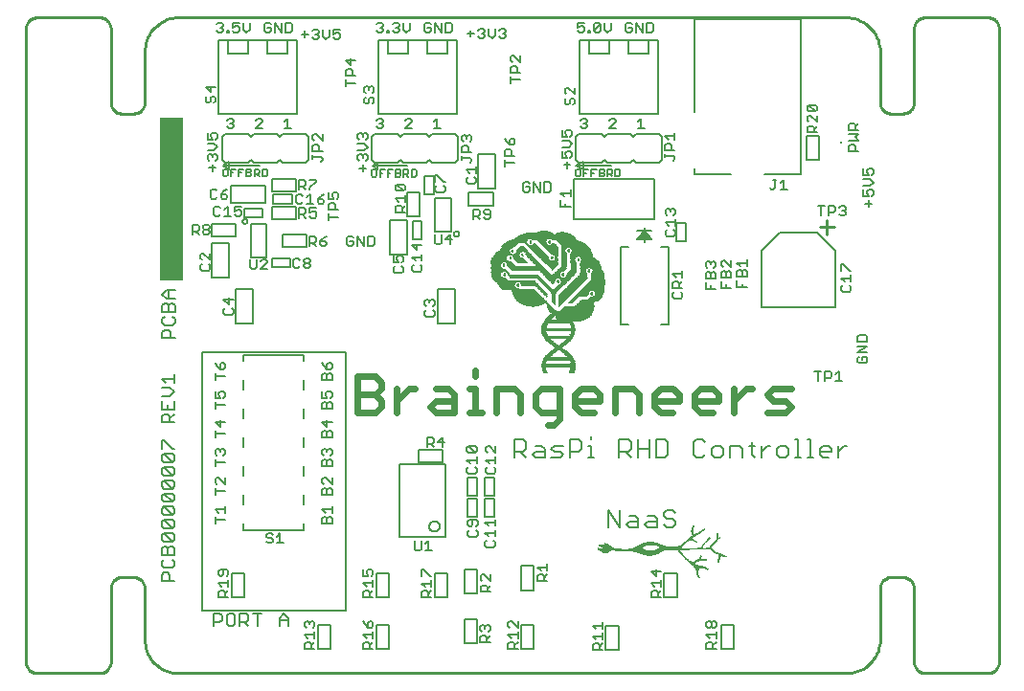
<source format=gbr>
G04 EAGLE Gerber RS-274X export*
G75*
%MOIN*%
%FSLAX34Y34*%
%LPD*%
%INSilkscreen Top*%
%IPPOS*%
%AMOC8*
5,1,8,0,0,1.08239X$1,22.5*%
G01*
%ADD10C,0.023000*%
%ADD11C,0.008000*%
%ADD12C,0.006000*%
%ADD13R,0.080000X0.567500*%
%ADD14C,0.005000*%
%ADD15R,0.004000X0.001000*%
%ADD16R,0.005000X0.001000*%
%ADD17R,0.006000X0.001000*%
%ADD18R,0.007000X0.001000*%
%ADD19R,0.008000X0.001000*%
%ADD20R,0.009000X0.001000*%
%ADD21R,0.010000X0.001000*%
%ADD22R,0.011000X0.001000*%
%ADD23R,0.003000X0.001000*%
%ADD24R,0.012000X0.001000*%
%ADD25R,0.014000X0.001000*%
%ADD26R,0.015000X0.001000*%
%ADD27R,0.016000X0.001000*%
%ADD28R,0.020000X0.001000*%
%ADD29R,0.038000X0.001000*%
%ADD30R,0.039000X0.001000*%
%ADD31R,0.040000X0.001000*%
%ADD32R,0.042000X0.001000*%
%ADD33R,0.033000X0.001000*%
%ADD34R,0.029000X0.001000*%
%ADD35R,0.021000X0.001000*%
%ADD36R,0.018000X0.001000*%
%ADD37R,0.013000X0.001000*%
%ADD38R,0.017000X0.001000*%
%ADD39R,0.019000X0.001000*%
%ADD40R,0.023000X0.001000*%
%ADD41R,0.002000X0.001000*%
%ADD42R,0.025000X0.001000*%
%ADD43R,0.036000X0.001000*%
%ADD44R,0.022000X0.001000*%
%ADD45R,0.030000X0.001000*%
%ADD46R,0.045000X0.001000*%
%ADD47R,0.050000X0.001000*%
%ADD48R,0.055000X0.001000*%
%ADD49R,0.061000X0.001000*%
%ADD50R,0.066000X0.001000*%
%ADD51R,0.071000X0.001000*%
%ADD52R,0.075000X0.001000*%
%ADD53R,0.081000X0.001000*%
%ADD54R,0.086000X0.001000*%
%ADD55R,0.091000X0.001000*%
%ADD56R,0.024000X0.001000*%
%ADD57R,0.100000X0.001000*%
%ADD58R,0.026000X0.001000*%
%ADD59R,0.111000X0.001000*%
%ADD60R,0.027000X0.001000*%
%ADD61R,0.127000X0.001000*%
%ADD62R,0.034000X0.001000*%
%ADD63R,0.092000X0.001000*%
%ADD64R,0.041000X0.001000*%
%ADD65R,0.107000X0.001000*%
%ADD66R,0.046000X0.001000*%
%ADD67R,0.160000X0.001000*%
%ADD68R,0.158000X0.001000*%
%ADD69R,0.116000X0.001000*%
%ADD70R,0.082000X0.001000*%
%ADD71R,0.051000X0.001000*%
%ADD72R,0.191000X0.001000*%
%ADD73R,0.053000X0.001000*%
%ADD74R,0.043000X0.001000*%
%ADD75R,0.189000X0.001000*%
%ADD76R,0.044000X0.001000*%
%ADD77R,0.087000X0.001000*%
%ADD78R,0.078000X0.001000*%
%ADD79R,0.080000X0.001000*%
%ADD80R,0.032000X0.001000*%
%ADD81R,0.031000X0.001000*%
%ADD82R,0.076000X0.001000*%
%ADD83R,0.028000X0.001000*%
%ADD84R,0.037000X0.001000*%
%ADD85R,0.067000X0.001000*%
%ADD86R,0.062000X0.001000*%
%ADD87R,0.057000X0.001000*%
%ADD88R,0.001000X0.001000*%
%ADD89R,0.052000X0.001000*%
%ADD90R,0.009843X0.009843*%
%ADD91C,0.010000*%
%ADD92R,0.118000X0.001000*%
%ADD93R,0.085000X0.001000*%
%ADD94R,0.108000X0.001000*%
%ADD95R,0.106000X0.001000*%
%ADD96R,0.105000X0.001000*%
%ADD97R,0.104000X0.001000*%
%ADD98R,0.102000X0.001000*%
%ADD99R,0.101000X0.001000*%
%ADD100R,0.099000X0.001000*%
%ADD101R,0.096000X0.001000*%
%ADD102R,0.098000X0.001000*%
%ADD103R,0.103000X0.001000*%
%ADD104R,0.129000X0.001000*%
%ADD105R,0.132000X0.001000*%
%ADD106R,0.094000X0.001000*%
%ADD107R,0.097000X0.001000*%
%ADD108R,0.110000X0.001000*%
%ADD109R,0.114000X0.001000*%
%ADD110R,0.117000X0.001000*%
%ADD111R,0.119000X0.001000*%
%ADD112R,0.121000X0.001000*%
%ADD113R,0.123000X0.001000*%
%ADD114R,0.144000X0.001000*%
%ADD115R,0.143000X0.001000*%
%ADD116R,0.142000X0.001000*%
%ADD117R,0.141000X0.001000*%
%ADD118R,0.147000X0.001000*%
%ADD119R,0.148000X0.001000*%
%ADD120R,0.150000X0.001000*%
%ADD121R,0.152000X0.001000*%
%ADD122R,0.153000X0.001000*%
%ADD123R,0.115000X0.001000*%
%ADD124R,0.113000X0.001000*%
%ADD125R,0.112000X0.001000*%
%ADD126R,0.109000X0.001000*%
%ADD127R,0.068000X0.001000*%
%ADD128R,0.065000X0.001000*%
%ADD129R,0.047000X0.001000*%
%ADD130R,0.064000X0.001000*%
%ADD131R,0.054000X0.001000*%
%ADD132R,0.060000X0.001000*%
%ADD133R,0.070000X0.001000*%
%ADD134R,0.059000X0.001000*%
%ADD135R,0.074000X0.001000*%
%ADD136R,0.058000X0.001000*%
%ADD137R,0.077000X0.001000*%
%ADD138R,0.056000X0.001000*%
%ADD139R,0.084000X0.001000*%
%ADD140R,0.063000X0.001000*%
%ADD141R,0.095000X0.001000*%
%ADD142R,0.035000X0.001000*%
%ADD143R,0.093000X0.001000*%
%ADD144R,0.090000X0.001000*%
%ADD145R,0.089000X0.001000*%
%ADD146R,0.088000X0.001000*%
%ADD147R,0.083000X0.001000*%
%ADD148R,0.079000X0.001000*%
%ADD149R,0.073000X0.001000*%
%ADD150R,0.072000X0.001000*%
%ADD151R,0.069000X0.001000*%
%ADD152R,0.137000X0.001000*%
%ADD153R,0.138000X0.001000*%
%ADD154R,0.049000X0.001000*%
%ADD155R,0.048000X0.001000*%
%ADD156R,0.210000X0.001000*%
%ADD157R,0.208000X0.001000*%
%ADD158R,0.206000X0.001000*%
%ADD159R,0.204000X0.001000*%
%ADD160R,0.202000X0.001000*%
%ADD161R,0.199000X0.001000*%
%ADD162R,0.197000X0.001000*%
%ADD163R,0.194000X0.001000*%
%ADD164R,0.192000X0.001000*%
%ADD165R,0.188000X0.001000*%
%ADD166R,0.185000X0.001000*%
%ADD167R,0.180000X0.001000*%
%ADD168R,0.177000X0.001000*%
%ADD169R,0.173000X0.001000*%
%ADD170R,0.169000X0.001000*%
%ADD171C,0.010000*%


D10*
X7385Y8280D02*
X7385Y9551D01*
X8021Y9551D01*
X8233Y9339D01*
X8233Y9127D01*
X8021Y8915D01*
X8233Y8704D01*
X8233Y8492D01*
X8021Y8280D01*
X7385Y8280D01*
X7385Y8915D02*
X8021Y8915D01*
X8766Y9127D02*
X8766Y8280D01*
X8766Y8704D02*
X9190Y9127D01*
X9402Y9127D01*
X10129Y9127D02*
X10553Y9127D01*
X10765Y8915D01*
X10765Y8280D01*
X10129Y8280D01*
X9917Y8492D01*
X10129Y8704D01*
X10765Y8704D01*
X11299Y9127D02*
X11510Y9127D01*
X11510Y8280D01*
X11299Y8280D02*
X11722Y8280D01*
X11510Y9551D02*
X11510Y9763D01*
X12219Y9127D02*
X12219Y8280D01*
X12219Y9127D02*
X12855Y9127D01*
X13067Y8915D01*
X13067Y8280D01*
X14024Y7856D02*
X14236Y7856D01*
X14448Y8068D01*
X14448Y9127D01*
X13812Y9127D01*
X13600Y8915D01*
X13600Y8492D01*
X13812Y8280D01*
X14448Y8280D01*
X15194Y8280D02*
X15617Y8280D01*
X15194Y8280D02*
X14982Y8492D01*
X14982Y8915D01*
X15194Y9127D01*
X15617Y9127D01*
X15829Y8915D01*
X15829Y8704D01*
X14982Y8704D01*
X16363Y8280D02*
X16363Y9127D01*
X16998Y9127D01*
X17210Y8915D01*
X17210Y8280D01*
X17956Y8280D02*
X18380Y8280D01*
X17956Y8280D02*
X17744Y8492D01*
X17744Y8915D01*
X17956Y9127D01*
X18380Y9127D01*
X18591Y8915D01*
X18591Y8704D01*
X17744Y8704D01*
X19337Y8280D02*
X19761Y8280D01*
X19337Y8280D02*
X19125Y8492D01*
X19125Y8915D01*
X19337Y9127D01*
X19761Y9127D01*
X19973Y8915D01*
X19973Y8704D01*
X19125Y8704D01*
X20506Y8280D02*
X20506Y9127D01*
X20506Y8704D02*
X20930Y9127D01*
X21142Y9127D01*
X21657Y8280D02*
X22293Y8280D01*
X22505Y8492D01*
X22293Y8704D01*
X21869Y8704D01*
X21657Y8915D01*
X21869Y9127D01*
X22505Y9127D01*
D11*
X12860Y7345D02*
X12860Y6724D01*
X12860Y7345D02*
X13171Y7345D01*
X13274Y7241D01*
X13274Y7034D01*
X13171Y6931D01*
X12860Y6931D01*
X13067Y6931D02*
X13274Y6724D01*
X13608Y7138D02*
X13815Y7138D01*
X13919Y7034D01*
X13919Y6724D01*
X13608Y6724D01*
X13505Y6828D01*
X13608Y6931D01*
X13919Y6931D01*
X14149Y6724D02*
X14460Y6724D01*
X14563Y6828D01*
X14460Y6931D01*
X14253Y6931D01*
X14149Y7034D01*
X14253Y7138D01*
X14563Y7138D01*
X14794Y7345D02*
X14794Y6724D01*
X14794Y7345D02*
X15104Y7345D01*
X15208Y7241D01*
X15208Y7034D01*
X15104Y6931D01*
X14794Y6931D01*
X15439Y7138D02*
X15542Y7138D01*
X15542Y6724D01*
X15439Y6724D02*
X15645Y6724D01*
X15542Y7345D02*
X15542Y7448D01*
X16513Y7345D02*
X16513Y6724D01*
X16513Y7345D02*
X16823Y7345D01*
X16926Y7241D01*
X16926Y7034D01*
X16823Y6931D01*
X16513Y6931D01*
X16720Y6931D02*
X16926Y6724D01*
X17157Y6724D02*
X17157Y7345D01*
X17157Y7034D02*
X17571Y7034D01*
X17571Y6724D02*
X17571Y7345D01*
X17802Y7345D02*
X17802Y6724D01*
X18112Y6724D01*
X18216Y6828D01*
X18216Y7241D01*
X18112Y7345D01*
X17802Y7345D01*
X19401Y7345D02*
X19505Y7241D01*
X19401Y7345D02*
X19194Y7345D01*
X19091Y7241D01*
X19091Y6828D01*
X19194Y6724D01*
X19401Y6724D01*
X19505Y6828D01*
X19839Y6724D02*
X20046Y6724D01*
X20149Y6828D01*
X20149Y7034D01*
X20046Y7138D01*
X19839Y7138D01*
X19736Y7034D01*
X19736Y6828D01*
X19839Y6724D01*
X20380Y6724D02*
X20380Y7138D01*
X20690Y7138D01*
X20794Y7034D01*
X20794Y6724D01*
X21128Y6828D02*
X21128Y7241D01*
X21128Y6828D02*
X21231Y6724D01*
X21231Y7138D02*
X21025Y7138D01*
X21454Y7138D02*
X21454Y6724D01*
X21454Y6931D02*
X21661Y7138D01*
X21765Y7138D01*
X22095Y6724D02*
X22302Y6724D01*
X22405Y6828D01*
X22405Y7034D01*
X22302Y7138D01*
X22095Y7138D01*
X21991Y7034D01*
X21991Y6828D01*
X22095Y6724D01*
X22636Y7345D02*
X22739Y7345D01*
X22739Y6724D01*
X22636Y6724D02*
X22843Y6724D01*
X23066Y7345D02*
X23169Y7345D01*
X23169Y6724D01*
X23066Y6724D02*
X23273Y6724D01*
X23599Y6724D02*
X23806Y6724D01*
X23599Y6724D02*
X23495Y6828D01*
X23495Y7034D01*
X23599Y7138D01*
X23806Y7138D01*
X23909Y7034D01*
X23909Y6931D01*
X23495Y6931D01*
X24140Y6724D02*
X24140Y7138D01*
X24140Y6931D02*
X24347Y7138D01*
X24450Y7138D01*
D12*
X24810Y10180D02*
X24866Y10237D01*
X24810Y10180D02*
X24810Y10067D01*
X24866Y10010D01*
X25093Y10010D01*
X25150Y10067D01*
X25150Y10180D01*
X25093Y10237D01*
X24980Y10237D01*
X24980Y10123D01*
X25150Y10378D02*
X24810Y10378D01*
X25150Y10605D01*
X24810Y10605D01*
X24810Y10747D02*
X25150Y10747D01*
X25150Y10917D01*
X25093Y10973D01*
X24866Y10973D01*
X24810Y10917D01*
X24810Y10747D01*
X11462Y21490D02*
X11235Y21490D01*
X11348Y21377D02*
X11348Y21604D01*
X11603Y21604D02*
X11660Y21660D01*
X11773Y21660D01*
X11830Y21604D01*
X11830Y21547D01*
X11773Y21490D01*
X11717Y21490D01*
X11773Y21490D02*
X11830Y21433D01*
X11830Y21377D01*
X11773Y21320D01*
X11660Y21320D01*
X11603Y21377D01*
X11972Y21433D02*
X11972Y21660D01*
X11972Y21433D02*
X12085Y21320D01*
X12198Y21433D01*
X12198Y21660D01*
X12340Y21604D02*
X12397Y21660D01*
X12510Y21660D01*
X12567Y21604D01*
X12567Y21547D01*
X12510Y21490D01*
X12453Y21490D01*
X12510Y21490D02*
X12567Y21433D01*
X12567Y21377D01*
X12510Y21320D01*
X12397Y21320D01*
X12340Y21377D01*
X1055Y10875D02*
X615Y10875D01*
X615Y11095D01*
X688Y11169D01*
X835Y11169D01*
X908Y11095D01*
X908Y10875D01*
X615Y11556D02*
X688Y11629D01*
X615Y11556D02*
X615Y11409D01*
X688Y11335D01*
X982Y11335D01*
X1055Y11409D01*
X1055Y11556D01*
X982Y11629D01*
X1055Y11796D02*
X615Y11796D01*
X615Y12016D01*
X688Y12089D01*
X761Y12089D01*
X835Y12016D01*
X908Y12089D01*
X982Y12089D01*
X1055Y12016D01*
X1055Y11796D01*
X835Y11796D02*
X835Y12016D01*
X761Y12256D02*
X1055Y12256D01*
X761Y12256D02*
X615Y12403D01*
X761Y12550D01*
X1055Y12550D01*
X835Y12550D02*
X835Y12256D01*
X1030Y2415D02*
X590Y2415D01*
X590Y2635D01*
X663Y2709D01*
X810Y2709D01*
X883Y2635D01*
X883Y2415D01*
X590Y3096D02*
X663Y3169D01*
X590Y3096D02*
X590Y2949D01*
X663Y2875D01*
X957Y2875D01*
X1030Y2949D01*
X1030Y3096D01*
X957Y3169D01*
X1030Y3336D02*
X590Y3336D01*
X590Y3556D01*
X663Y3629D01*
X736Y3629D01*
X810Y3556D01*
X883Y3629D01*
X957Y3629D01*
X1030Y3556D01*
X1030Y3336D01*
X810Y3336D02*
X810Y3556D01*
X957Y3796D02*
X663Y3796D01*
X590Y3870D01*
X590Y4016D01*
X663Y4090D01*
X957Y4090D01*
X1030Y4016D01*
X1030Y3870D01*
X957Y3796D01*
X663Y4090D01*
X663Y4257D02*
X957Y4257D01*
X663Y4257D02*
X590Y4330D01*
X590Y4477D01*
X663Y4550D01*
X957Y4550D01*
X1030Y4477D01*
X1030Y4330D01*
X957Y4257D01*
X663Y4550D01*
X663Y4717D02*
X957Y4717D01*
X663Y4717D02*
X590Y4790D01*
X590Y4937D01*
X663Y5011D01*
X957Y5011D01*
X1030Y4937D01*
X1030Y4790D01*
X957Y4717D01*
X663Y5011D01*
X663Y5177D02*
X957Y5177D01*
X663Y5177D02*
X590Y5251D01*
X590Y5398D01*
X663Y5471D01*
X957Y5471D01*
X1030Y5398D01*
X1030Y5251D01*
X957Y5177D01*
X663Y5471D01*
X663Y5638D02*
X957Y5638D01*
X663Y5638D02*
X590Y5711D01*
X590Y5858D01*
X663Y5931D01*
X957Y5931D01*
X1030Y5858D01*
X1030Y5711D01*
X957Y5638D01*
X663Y5931D01*
X663Y6098D02*
X957Y6098D01*
X663Y6098D02*
X590Y6172D01*
X590Y6318D01*
X663Y6392D01*
X957Y6392D01*
X1030Y6318D01*
X1030Y6172D01*
X957Y6098D01*
X663Y6392D01*
X663Y6559D02*
X957Y6559D01*
X663Y6559D02*
X590Y6632D01*
X590Y6779D01*
X663Y6852D01*
X957Y6852D01*
X1030Y6779D01*
X1030Y6632D01*
X957Y6559D01*
X663Y6852D01*
X590Y7019D02*
X590Y7313D01*
X663Y7313D01*
X957Y7019D01*
X1030Y7019D01*
X1030Y7940D02*
X590Y7940D01*
X590Y8160D01*
X663Y8233D01*
X810Y8233D01*
X883Y8160D01*
X883Y7940D01*
X883Y8087D02*
X1030Y8233D01*
X590Y8400D02*
X590Y8694D01*
X590Y8400D02*
X1030Y8400D01*
X1030Y8694D01*
X810Y8547D02*
X810Y8400D01*
X883Y8860D02*
X590Y8860D01*
X883Y8860D02*
X1030Y9007D01*
X883Y9154D01*
X590Y9154D01*
X736Y9321D02*
X590Y9468D01*
X1030Y9468D01*
X1030Y9614D02*
X1030Y9321D01*
D11*
X16120Y4901D02*
X16120Y4280D01*
X16534Y4280D02*
X16120Y4901D01*
X16534Y4901D02*
X16534Y4280D01*
X16868Y4694D02*
X17075Y4694D01*
X17178Y4590D01*
X17178Y4280D01*
X16868Y4280D01*
X16765Y4383D01*
X16868Y4487D01*
X17178Y4487D01*
X17513Y4694D02*
X17719Y4694D01*
X17823Y4590D01*
X17823Y4280D01*
X17513Y4280D01*
X17409Y4383D01*
X17513Y4487D01*
X17823Y4487D01*
X18364Y4901D02*
X18467Y4797D01*
X18364Y4901D02*
X18157Y4901D01*
X18054Y4797D01*
X18054Y4694D01*
X18157Y4590D01*
X18364Y4590D01*
X18467Y4487D01*
X18467Y4383D01*
X18364Y4280D01*
X18157Y4280D01*
X18054Y4383D01*
D13*
X938Y15715D03*
D12*
X5465Y21460D02*
X5692Y21460D01*
X5578Y21347D02*
X5578Y21574D01*
X5833Y21574D02*
X5890Y21630D01*
X6003Y21630D01*
X6060Y21574D01*
X6060Y21517D01*
X6003Y21460D01*
X5947Y21460D01*
X6003Y21460D02*
X6060Y21403D01*
X6060Y21347D01*
X6003Y21290D01*
X5890Y21290D01*
X5833Y21347D01*
X6202Y21403D02*
X6202Y21630D01*
X6202Y21403D02*
X6315Y21290D01*
X6428Y21403D01*
X6428Y21630D01*
X6570Y21630D02*
X6797Y21630D01*
X6570Y21630D02*
X6570Y21460D01*
X6683Y21517D01*
X6740Y21517D01*
X6797Y21460D01*
X6797Y21347D01*
X6740Y21290D01*
X6627Y21290D01*
X6570Y21347D01*
X2395Y1280D02*
X2395Y840D01*
X2395Y1280D02*
X2615Y1280D01*
X2689Y1207D01*
X2689Y1060D01*
X2615Y987D01*
X2395Y987D01*
X2929Y1280D02*
X3076Y1280D01*
X2929Y1280D02*
X2855Y1207D01*
X2855Y913D01*
X2929Y840D01*
X3076Y840D01*
X3149Y913D01*
X3149Y1207D01*
X3076Y1280D01*
X3316Y1280D02*
X3316Y840D01*
X3316Y1280D02*
X3536Y1280D01*
X3609Y1207D01*
X3609Y1060D01*
X3536Y987D01*
X3316Y987D01*
X3463Y987D02*
X3609Y840D01*
X3923Y840D02*
X3923Y1280D01*
X3776Y1280D02*
X4070Y1280D01*
X4697Y1134D02*
X4697Y840D01*
X4697Y1134D02*
X4844Y1280D01*
X4991Y1134D01*
X4991Y840D01*
X4991Y1060D02*
X4697Y1060D01*
X25185Y15450D02*
X25185Y15677D01*
X25298Y15563D02*
X25071Y15563D01*
X25015Y15818D02*
X25015Y16045D01*
X25015Y15818D02*
X25185Y15818D01*
X25128Y15932D01*
X25128Y15988D01*
X25185Y16045D01*
X25298Y16045D01*
X25355Y15988D01*
X25355Y15875D01*
X25298Y15818D01*
X25242Y16187D02*
X25015Y16187D01*
X25242Y16187D02*
X25355Y16300D01*
X25242Y16413D01*
X25015Y16413D01*
X25015Y16555D02*
X25015Y16782D01*
X25015Y16555D02*
X25185Y16555D01*
X25128Y16668D01*
X25128Y16725D01*
X25185Y16782D01*
X25298Y16782D01*
X25355Y16725D01*
X25355Y16612D01*
X25298Y16555D01*
X3990Y16895D02*
X2740Y16895D01*
D14*
X2759Y16770D02*
X2843Y16770D01*
X2759Y16770D02*
X2718Y16729D01*
X2718Y16562D01*
X2759Y16520D01*
X2843Y16520D01*
X2884Y16562D01*
X2884Y16729D01*
X2843Y16770D01*
X2994Y16770D02*
X2994Y16520D01*
X2994Y16770D02*
X3161Y16770D01*
X3077Y16645D02*
X2994Y16645D01*
X3270Y16520D02*
X3270Y16770D01*
X3437Y16770D01*
X3353Y16645D02*
X3270Y16645D01*
X3546Y16520D02*
X3546Y16770D01*
X3671Y16770D01*
X3713Y16729D01*
X3713Y16687D01*
X3671Y16645D01*
X3713Y16603D01*
X3713Y16562D01*
X3671Y16520D01*
X3546Y16520D01*
X3546Y16645D02*
X3671Y16645D01*
X3823Y16520D02*
X3823Y16770D01*
X3948Y16770D01*
X3989Y16729D01*
X3989Y16645D01*
X3948Y16603D01*
X3823Y16603D01*
X3906Y16603D02*
X3989Y16520D01*
X4099Y16520D02*
X4099Y16770D01*
X4099Y16520D02*
X4224Y16520D01*
X4266Y16562D01*
X4266Y16729D01*
X4224Y16770D01*
X4099Y16770D01*
D12*
X2925Y16770D02*
X2740Y16895D01*
X2925Y17020D01*
X2925Y16770D01*
X2355Y16700D02*
X2355Y16927D01*
X2468Y16813D02*
X2241Y16813D01*
X2241Y17068D02*
X2185Y17125D01*
X2185Y17238D01*
X2241Y17295D01*
X2298Y17295D01*
X2355Y17238D01*
X2355Y17182D01*
X2355Y17238D02*
X2412Y17295D01*
X2468Y17295D01*
X2525Y17238D01*
X2525Y17125D01*
X2468Y17068D01*
X2412Y17437D02*
X2185Y17437D01*
X2412Y17437D02*
X2525Y17550D01*
X2412Y17663D01*
X2185Y17663D01*
X2185Y17805D02*
X2185Y18032D01*
X2185Y17805D02*
X2355Y17805D01*
X2298Y17918D01*
X2298Y17975D01*
X2355Y18032D01*
X2468Y18032D01*
X2525Y17975D01*
X2525Y17862D01*
X2468Y17805D01*
X7585Y16912D02*
X7585Y16685D01*
X7698Y16798D02*
X7471Y16798D01*
X7471Y17053D02*
X7415Y17110D01*
X7415Y17223D01*
X7471Y17280D01*
X7528Y17280D01*
X7585Y17223D01*
X7585Y17167D01*
X7585Y17223D02*
X7642Y17280D01*
X7698Y17280D01*
X7755Y17223D01*
X7755Y17110D01*
X7698Y17053D01*
X7642Y17422D02*
X7415Y17422D01*
X7642Y17422D02*
X7755Y17535D01*
X7642Y17648D01*
X7415Y17648D01*
X7471Y17790D02*
X7415Y17847D01*
X7415Y17960D01*
X7471Y18017D01*
X7528Y18017D01*
X7585Y17960D01*
X7585Y17903D01*
X7585Y17960D02*
X7642Y18017D01*
X7698Y18017D01*
X7755Y17960D01*
X7755Y17847D01*
X7698Y17790D01*
X14700Y17027D02*
X14700Y16800D01*
X14813Y16913D02*
X14586Y16913D01*
X14530Y17168D02*
X14530Y17395D01*
X14530Y17168D02*
X14700Y17168D01*
X14643Y17282D01*
X14643Y17338D01*
X14700Y17395D01*
X14813Y17395D01*
X14870Y17338D01*
X14870Y17225D01*
X14813Y17168D01*
X14757Y17537D02*
X14530Y17537D01*
X14757Y17537D02*
X14870Y17650D01*
X14757Y17763D01*
X14530Y17763D01*
X14530Y17905D02*
X14530Y18132D01*
X14530Y17905D02*
X14700Y17905D01*
X14643Y18018D01*
X14643Y18075D01*
X14700Y18132D01*
X14813Y18132D01*
X14870Y18075D01*
X14870Y17962D01*
X14813Y17905D01*
X7262Y14374D02*
X7205Y14430D01*
X7092Y14430D01*
X7035Y14374D01*
X7035Y14147D01*
X7092Y14090D01*
X7205Y14090D01*
X7262Y14147D01*
X7262Y14260D01*
X7148Y14260D01*
X7403Y14090D02*
X7403Y14430D01*
X7630Y14090D01*
X7630Y14430D01*
X7772Y14430D02*
X7772Y14090D01*
X7942Y14090D01*
X7998Y14147D01*
X7998Y14374D01*
X7942Y14430D01*
X7772Y14430D01*
X13335Y16310D02*
X13392Y16254D01*
X13335Y16310D02*
X13222Y16310D01*
X13165Y16254D01*
X13165Y16027D01*
X13222Y15970D01*
X13335Y15970D01*
X13392Y16027D01*
X13392Y16140D01*
X13278Y16140D01*
X13533Y15970D02*
X13533Y16310D01*
X13760Y15970D01*
X13760Y16310D01*
X13902Y16310D02*
X13902Y15970D01*
X14072Y15970D01*
X14128Y16027D01*
X14128Y16254D01*
X14072Y16310D01*
X13902Y16310D01*
X9130Y16875D02*
X7930Y16875D01*
D14*
X7949Y16750D02*
X8033Y16750D01*
X7949Y16750D02*
X7908Y16709D01*
X7908Y16542D01*
X7949Y16500D01*
X8033Y16500D01*
X8074Y16542D01*
X8074Y16709D01*
X8033Y16750D01*
X8184Y16750D02*
X8184Y16500D01*
X8184Y16750D02*
X8351Y16750D01*
X8267Y16625D02*
X8184Y16625D01*
X8460Y16500D02*
X8460Y16750D01*
X8627Y16750D01*
X8543Y16625D02*
X8460Y16625D01*
X8736Y16500D02*
X8736Y16750D01*
X8861Y16750D01*
X8903Y16709D01*
X8903Y16667D01*
X8861Y16625D01*
X8903Y16583D01*
X8903Y16542D01*
X8861Y16500D01*
X8736Y16500D01*
X8736Y16625D02*
X8861Y16625D01*
X9013Y16500D02*
X9013Y16750D01*
X9138Y16750D01*
X9179Y16709D01*
X9179Y16625D01*
X9138Y16583D01*
X9013Y16583D01*
X9096Y16583D02*
X9179Y16500D01*
X9289Y16500D02*
X9289Y16750D01*
X9289Y16500D02*
X9414Y16500D01*
X9456Y16542D01*
X9456Y16709D01*
X9414Y16750D01*
X9289Y16750D01*
D12*
X8115Y16750D02*
X7930Y16875D01*
X8115Y17000D01*
X8115Y16750D01*
X15000Y16900D02*
X16220Y16885D01*
D14*
X15123Y16760D02*
X15039Y16760D01*
X14998Y16719D01*
X14998Y16552D01*
X15039Y16510D01*
X15123Y16510D01*
X15164Y16552D01*
X15164Y16719D01*
X15123Y16760D01*
X15274Y16760D02*
X15274Y16510D01*
X15274Y16760D02*
X15441Y16760D01*
X15357Y16635D02*
X15274Y16635D01*
X15550Y16510D02*
X15550Y16760D01*
X15717Y16760D01*
X15633Y16635D02*
X15550Y16635D01*
X15826Y16510D02*
X15826Y16760D01*
X15951Y16760D01*
X15993Y16719D01*
X15993Y16677D01*
X15951Y16635D01*
X15993Y16593D01*
X15993Y16552D01*
X15951Y16510D01*
X15826Y16510D01*
X15826Y16635D02*
X15951Y16635D01*
X16103Y16510D02*
X16103Y16760D01*
X16228Y16760D01*
X16269Y16719D01*
X16269Y16635D01*
X16228Y16593D01*
X16103Y16593D01*
X16186Y16593D02*
X16269Y16510D01*
X16379Y16510D02*
X16379Y16760D01*
X16379Y16510D02*
X16504Y16510D01*
X16546Y16552D01*
X16546Y16719D01*
X16504Y16760D01*
X16379Y16760D01*
D12*
X15255Y16760D02*
X15000Y16900D01*
X15255Y17010D01*
X15255Y16760D01*
D14*
X13100Y2940D02*
X13100Y2100D01*
X13100Y2940D02*
X13540Y2940D01*
X13540Y2100D01*
X13100Y2100D01*
D12*
X13672Y2422D02*
X14013Y2422D01*
X13672Y2422D02*
X13672Y2592D01*
X13729Y2649D01*
X13842Y2649D01*
X13899Y2592D01*
X13899Y2422D01*
X13899Y2535D02*
X14013Y2649D01*
X13786Y2790D02*
X13672Y2904D01*
X14013Y2904D01*
X14013Y3017D02*
X14013Y2790D01*
X13072Y19881D02*
X12732Y19881D01*
X12732Y19768D02*
X12732Y19995D01*
X12732Y20136D02*
X13072Y20136D01*
X12732Y20136D02*
X12732Y20306D01*
X12789Y20363D01*
X12902Y20363D01*
X12959Y20306D01*
X12959Y20136D01*
X13072Y20505D02*
X13072Y20732D01*
X12846Y20732D02*
X13072Y20505D01*
X12846Y20732D02*
X12789Y20732D01*
X12732Y20675D01*
X12732Y20561D01*
X12789Y20505D01*
X23427Y9723D02*
X23427Y9383D01*
X23313Y9723D02*
X23540Y9723D01*
X23681Y9723D02*
X23681Y9383D01*
X23681Y9723D02*
X23852Y9723D01*
X23908Y9666D01*
X23908Y9553D01*
X23852Y9496D01*
X23681Y9496D01*
X24050Y9609D02*
X24163Y9723D01*
X24163Y9383D01*
X24050Y9383D02*
X24277Y9383D01*
D15*
X19295Y2510D03*
D16*
X19290Y2520D03*
D17*
X19285Y2530D03*
X19275Y2540D03*
X19275Y2550D03*
D18*
X19270Y2560D03*
D17*
X19265Y2570D03*
X19265Y2580D03*
D18*
X19260Y2590D03*
D17*
X19255Y2600D03*
D18*
X19250Y2610D03*
X19250Y2620D03*
D17*
X19245Y2630D03*
X19245Y2640D03*
D18*
X19240Y2650D03*
X19240Y2660D03*
X19240Y2670D03*
D17*
X19235Y2680D03*
X19235Y2690D03*
D18*
X19230Y2700D03*
X19230Y2710D03*
X19230Y2720D03*
X19230Y2730D03*
D19*
X19225Y2740D03*
X19225Y2750D03*
X19225Y2760D03*
D20*
X19220Y2770D03*
X19220Y2780D03*
D21*
X19225Y2790D03*
D22*
X19220Y2800D03*
D23*
X19600Y2800D03*
D24*
X19225Y2810D03*
D15*
X19585Y2810D03*
D25*
X19225Y2820D03*
D16*
X19560Y2820D03*
D26*
X19230Y2830D03*
D17*
X19545Y2830D03*
D27*
X19235Y2840D03*
D18*
X19520Y2840D03*
D28*
X19245Y2850D03*
D21*
X19495Y2850D03*
D29*
X19335Y2860D03*
D30*
X19330Y2870D03*
D31*
X19335Y2880D03*
D32*
X19335Y2890D03*
D29*
X19305Y2900D03*
D33*
X19280Y2910D03*
D34*
X19250Y2920D03*
D35*
X19200Y2930D03*
D36*
X19175Y2940D03*
D27*
X19155Y2950D03*
D25*
X19135Y2960D03*
X19115Y2970D03*
D37*
X19100Y2980D03*
X19090Y2990D03*
D25*
X19075Y3000D03*
D26*
X19070Y3010D03*
D38*
X19070Y3020D03*
D39*
X19060Y3030D03*
D35*
X19060Y3040D03*
D40*
X19060Y3050D03*
D41*
X19985Y3050D03*
D42*
X19060Y3060D03*
D15*
X19975Y3060D03*
D24*
X18985Y3070D03*
D22*
X19150Y3070D03*
D15*
X19975Y3070D03*
D22*
X18960Y3080D03*
D20*
X19180Y3080D03*
D16*
X19980Y3080D03*
D20*
X18940Y3090D03*
D21*
X19195Y3090D03*
D16*
X19980Y3090D03*
D20*
X18930Y3100D03*
D22*
X19220Y3100D03*
D16*
X19980Y3100D03*
D19*
X18915Y3110D03*
D37*
X19250Y3110D03*
D16*
X19980Y3110D03*
D19*
X18905Y3120D03*
D38*
X19280Y3120D03*
D16*
X19980Y3120D03*
D19*
X18895Y3130D03*
D43*
X19395Y3130D03*
D16*
X19980Y3130D03*
D19*
X18885Y3140D03*
D33*
X19400Y3140D03*
D16*
X19980Y3140D03*
D18*
X18870Y3150D03*
D28*
X19355Y3150D03*
D16*
X19980Y3150D03*
D18*
X18860Y3160D03*
D25*
X19345Y3160D03*
D15*
X19985Y3160D03*
D18*
X18850Y3170D03*
D24*
X19345Y3170D03*
D15*
X19985Y3170D03*
D18*
X18840Y3180D03*
D20*
X19340Y3180D03*
D16*
X19990Y3180D03*
D18*
X18830Y3190D03*
X19340Y3190D03*
D16*
X19990Y3190D03*
D18*
X18820Y3200D03*
D17*
X19345Y3200D03*
D16*
X19990Y3200D03*
D18*
X18810Y3210D03*
D16*
X19340Y3210D03*
X19990Y3210D03*
D18*
X18800Y3220D03*
D15*
X19345Y3220D03*
D16*
X19990Y3220D03*
D18*
X18790Y3230D03*
D15*
X19345Y3230D03*
D16*
X19990Y3230D03*
D18*
X18780Y3240D03*
D15*
X19355Y3240D03*
X19995Y3240D03*
D41*
X20265Y3240D03*
D17*
X18775Y3250D03*
D15*
X19355Y3250D03*
D16*
X20000Y3250D03*
D15*
X20235Y3250D03*
D17*
X18765Y3260D03*
D16*
X19360Y3260D03*
D17*
X20005Y3260D03*
X20205Y3260D03*
X18755Y3270D03*
D15*
X19365Y3270D03*
D20*
X20020Y3270D03*
D21*
X20165Y3270D03*
D17*
X18745Y3280D03*
D41*
X19375Y3280D03*
D44*
X20085Y3280D03*
D17*
X18735Y3290D03*
D28*
X20075Y3290D03*
D38*
X17570Y3300D03*
D17*
X18725Y3300D03*
D36*
X20065Y3300D03*
D45*
X17575Y3310D03*
D17*
X18715Y3310D03*
D27*
X20055Y3310D03*
D29*
X17585Y3320D03*
D17*
X18705Y3320D03*
D25*
X20035Y3320D03*
D46*
X17580Y3330D03*
D17*
X18695Y3330D03*
D37*
X20020Y3330D03*
D47*
X17585Y3340D03*
D17*
X18695Y3340D03*
D24*
X20005Y3340D03*
D48*
X17580Y3350D03*
D17*
X18685Y3350D03*
D37*
X19980Y3350D03*
D49*
X17580Y3360D03*
D17*
X18675Y3360D03*
D25*
X19955Y3360D03*
D50*
X17575Y3370D03*
D17*
X18665Y3370D03*
D25*
X19935Y3370D03*
D19*
X15995Y3380D03*
D51*
X17570Y3380D03*
D17*
X18655Y3380D03*
D37*
X19910Y3380D03*
D25*
X16005Y3390D03*
D52*
X17560Y3390D03*
D17*
X18645Y3390D03*
D22*
X19880Y3390D03*
D38*
X16020Y3400D03*
D53*
X17550Y3400D03*
D17*
X18635Y3400D03*
D18*
X19850Y3400D03*
D39*
X16030Y3410D03*
D54*
X17545Y3410D03*
D17*
X18635Y3410D03*
D18*
X19840Y3410D03*
D44*
X16035Y3420D03*
D55*
X17530Y3420D03*
D17*
X18625Y3420D03*
D18*
X19820Y3420D03*
D56*
X16045Y3430D03*
D57*
X17505Y3430D03*
D17*
X18615Y3430D03*
D18*
X19810Y3430D03*
D58*
X16055Y3440D03*
D59*
X17470Y3440D03*
D17*
X18605Y3440D03*
D18*
X19800Y3440D03*
D60*
X16060Y3450D03*
D61*
X17400Y3450D03*
D18*
X18600Y3450D03*
X19790Y3450D03*
D62*
X16045Y3460D03*
D63*
X17035Y3460D03*
D43*
X17875Y3460D03*
D18*
X18590Y3460D03*
D17*
X19785Y3460D03*
D64*
X16030Y3470D03*
D65*
X16910Y3470D03*
D62*
X17905Y3470D03*
D19*
X18585Y3470D03*
D17*
X19775Y3470D03*
D66*
X16035Y3480D03*
D59*
X16860Y3480D03*
D33*
X17940Y3480D03*
D20*
X18580Y3480D03*
D17*
X19765Y3480D03*
D67*
X16585Y3490D03*
D43*
X17975Y3490D03*
D20*
X18580Y3490D03*
D17*
X19755Y3490D03*
D68*
X16575Y3500D03*
D69*
X18405Y3500D03*
D17*
X19745Y3500D03*
D70*
X16185Y3510D03*
D71*
X17100Y3510D03*
D72*
X18800Y3510D03*
D37*
X15840Y3520D03*
D73*
X16220Y3520D03*
D74*
X17130Y3520D03*
D75*
X18800Y3520D03*
D19*
X15825Y3530D03*
D76*
X16175Y3530D03*
D29*
X17145Y3530D03*
D77*
X18310Y3530D03*
D78*
X19345Y3530D03*
D41*
X15805Y3540D03*
D30*
X16150Y3540D03*
D62*
X17155Y3540D03*
D79*
X18285Y3540D03*
D44*
X19345Y3540D03*
D39*
X19630Y3540D03*
D62*
X16135Y3550D03*
D80*
X17165Y3550D03*
D78*
X18285Y3550D03*
D37*
X19370Y3550D03*
X19660Y3550D03*
D80*
X16125Y3560D03*
D81*
X17180Y3560D03*
D82*
X18285Y3560D03*
D19*
X19395Y3560D03*
D21*
X19675Y3560D03*
D45*
X16115Y3570D03*
D34*
X17190Y3570D03*
D82*
X18285Y3570D03*
D17*
X19405Y3570D03*
D19*
X19685Y3570D03*
D81*
X16090Y3580D03*
D83*
X17205Y3580D03*
D82*
X18285Y3580D03*
D15*
X19415Y3580D03*
D18*
X19690Y3580D03*
D62*
X16065Y3590D03*
D60*
X17220Y3590D03*
D43*
X18085Y3590D03*
D60*
X18540Y3590D03*
D23*
X19420Y3590D03*
D17*
X19695Y3590D03*
D43*
X16035Y3600D03*
D60*
X17240Y3600D03*
D34*
X18040Y3600D03*
D36*
X18595Y3600D03*
D23*
X19430Y3600D03*
D17*
X19705Y3600D03*
D84*
X16020Y3610D03*
D60*
X17260Y3610D03*
D42*
X18010Y3610D03*
D25*
X18625Y3610D03*
D23*
X19430Y3610D03*
D16*
X19710Y3610D03*
D84*
X16010Y3620D03*
D83*
X17285Y3620D03*
D40*
X17980Y3620D03*
D24*
X18655Y3620D03*
D23*
X19440Y3620D03*
D16*
X19720Y3620D03*
D84*
X16000Y3630D03*
D83*
X17305Y3630D03*
D35*
X17950Y3630D03*
D21*
X18675Y3630D03*
D41*
X19445Y3630D03*
D15*
X19725Y3630D03*
D27*
X15895Y3640D03*
D39*
X16080Y3640D03*
D34*
X17330Y3640D03*
D35*
X17920Y3640D03*
D20*
X18690Y3640D03*
D23*
X19450Y3640D03*
D15*
X19735Y3640D03*
D22*
X15870Y3650D03*
D36*
X16075Y3650D03*
D81*
X17360Y3650D03*
D40*
X17890Y3650D03*
D19*
X18705Y3650D03*
D41*
X19455Y3650D03*
D15*
X19745Y3650D03*
D16*
X15850Y3660D03*
D26*
X16070Y3660D03*
D33*
X17390Y3660D03*
D42*
X17850Y3660D03*
D18*
X18720Y3660D03*
D41*
X19465Y3660D03*
D15*
X19755Y3660D03*
D25*
X16065Y3670D03*
D51*
X17600Y3670D03*
D18*
X18740Y3670D03*
D41*
X19465Y3670D03*
D15*
X19765Y3670D03*
D24*
X16055Y3680D03*
D85*
X17600Y3680D03*
D18*
X18750Y3680D03*
D41*
X19475Y3680D03*
D15*
X19775Y3680D03*
D20*
X16050Y3690D03*
D86*
X17605Y3690D03*
D18*
X18760Y3690D03*
D23*
X19480Y3690D03*
D15*
X19785Y3690D03*
D18*
X16040Y3700D03*
D87*
X17600Y3700D03*
D18*
X18770Y3700D03*
D23*
X19490Y3700D03*
D15*
X19795Y3700D03*
D88*
X16040Y3710D03*
D89*
X17605Y3710D03*
D18*
X18780Y3710D03*
D23*
X19500Y3710D03*
D15*
X19805Y3710D03*
D66*
X17605Y3720D03*
D18*
X18790Y3720D03*
D23*
X19500Y3720D03*
D15*
X19815Y3720D03*
D29*
X17605Y3730D03*
D19*
X18805Y3730D03*
D23*
X19510Y3730D03*
D15*
X19825Y3730D03*
D34*
X17600Y3740D03*
D19*
X18815Y3740D03*
D23*
X19520Y3740D03*
D15*
X19835Y3740D03*
D25*
X17595Y3750D03*
D18*
X18830Y3750D03*
D23*
X19530Y3750D03*
D16*
X19850Y3750D03*
D18*
X18840Y3760D03*
D15*
X19535Y3760D03*
D16*
X19860Y3760D03*
D18*
X18850Y3770D03*
D15*
X19195Y3770D03*
X19545Y3770D03*
D16*
X19870Y3770D03*
D18*
X18860Y3780D03*
X19170Y3780D03*
D15*
X19555Y3780D03*
D16*
X19880Y3780D03*
D19*
X18875Y3790D03*
X19145Y3790D03*
D15*
X19565Y3790D03*
D17*
X19895Y3790D03*
D19*
X18885Y3800D03*
D20*
X19120Y3800D03*
D16*
X19570Y3800D03*
X19900Y3800D03*
D18*
X18900Y3810D03*
D20*
X19100Y3810D03*
D17*
X19585Y3810D03*
D15*
X19905Y3810D03*
D18*
X18910Y3820D03*
D21*
X19075Y3820D03*
D17*
X19595Y3820D03*
D15*
X19905Y3820D03*
D44*
X18995Y3830D03*
D17*
X19605Y3830D03*
D15*
X19915Y3830D03*
D39*
X18990Y3840D03*
D17*
X19615Y3840D03*
D16*
X19920Y3840D03*
D26*
X18990Y3850D03*
D17*
X19625Y3850D03*
X19925Y3850D03*
D24*
X18985Y3860D03*
D16*
X19630Y3860D03*
D18*
X19940Y3860D03*
D22*
X18990Y3870D03*
D17*
X19635Y3870D03*
D20*
X19950Y3870D03*
D21*
X18995Y3880D03*
D16*
X19640Y3880D03*
D23*
X19920Y3880D03*
D17*
X19975Y3880D03*
D20*
X19010Y3890D03*
D15*
X19645Y3890D03*
D23*
X19920Y3890D03*
D16*
X20000Y3890D03*
D20*
X19020Y3900D03*
D15*
X19655Y3900D03*
D23*
X19920Y3900D03*
X20020Y3900D03*
D20*
X19030Y3910D03*
D23*
X19660Y3910D03*
X19920Y3910D03*
D41*
X20045Y3910D03*
D21*
X19045Y3920D03*
D41*
X19665Y3920D03*
D15*
X19925Y3920D03*
D21*
X19055Y3930D03*
D15*
X19925Y3930D03*
D21*
X19075Y3940D03*
D23*
X19930Y3940D03*
D21*
X19085Y3950D03*
D23*
X19930Y3950D03*
D22*
X19100Y3960D03*
D15*
X19935Y3960D03*
D22*
X19110Y3970D03*
D15*
X19935Y3970D03*
D24*
X19125Y3980D03*
D23*
X19940Y3980D03*
D37*
X19130Y3990D03*
D23*
X19940Y3990D03*
D26*
X19140Y4000D03*
D15*
X19945Y4000D03*
D38*
X19150Y4010D03*
D15*
X19945Y4010D03*
D39*
X19150Y4020D03*
D23*
X19950Y4020D03*
D19*
X19095Y4030D03*
D24*
X19205Y4030D03*
D23*
X19950Y4030D03*
D17*
X19075Y4040D03*
D22*
X19230Y4040D03*
D23*
X19950Y4040D03*
D17*
X19075Y4050D03*
D21*
X19245Y4050D03*
D41*
X19955Y4050D03*
D18*
X19070Y4060D03*
D20*
X19270Y4060D03*
D41*
X19955Y4060D03*
D17*
X19065Y4070D03*
D19*
X19285Y4070D03*
D88*
X19960Y4070D03*
D17*
X19065Y4080D03*
D20*
X19300Y4080D03*
D18*
X19060Y4090D03*
D19*
X19315Y4090D03*
D18*
X19060Y4100D03*
D20*
X19330Y4100D03*
D18*
X19060Y4110D03*
D20*
X19340Y4110D03*
D17*
X19055Y4120D03*
D20*
X19360Y4120D03*
D18*
X19050Y4130D03*
D20*
X19370Y4130D03*
D18*
X19050Y4140D03*
D19*
X19385Y4140D03*
D17*
X19055Y4150D03*
D19*
X19405Y4150D03*
D17*
X19055Y4160D03*
D18*
X19420Y4160D03*
D17*
X19055Y4170D03*
D18*
X19430Y4170D03*
D17*
X19055Y4180D03*
X19445Y4180D03*
X19055Y4190D03*
D16*
X19460Y4190D03*
D17*
X19055Y4200D03*
D15*
X19475Y4200D03*
D16*
X19060Y4210D03*
D23*
X19490Y4210D03*
D16*
X19060Y4220D03*
D88*
X19500Y4220D03*
D17*
X19065Y4230D03*
D16*
X19070Y4240D03*
X19070Y4250D03*
X19080Y4260D03*
X19080Y4270D03*
X19090Y4280D03*
X19090Y4290D03*
X19100Y4300D03*
X19100Y4310D03*
D15*
X19105Y4320D03*
D23*
X19120Y4330D03*
D12*
X5550Y4200D02*
X5550Y4420D01*
X5550Y10300D02*
X3450Y10300D01*
X3450Y10080D01*
X3450Y4200D02*
X5550Y4200D01*
X5550Y10080D02*
X5550Y10300D01*
X3450Y9420D02*
X3450Y9080D01*
X5550Y9080D02*
X5550Y9420D01*
X3450Y8420D02*
X3450Y8080D01*
X5550Y8080D02*
X5550Y8420D01*
X3450Y7420D02*
X3450Y7080D01*
X5550Y7080D02*
X5550Y7420D01*
X3450Y6420D02*
X3450Y6080D01*
X5550Y6080D02*
X5550Y6420D01*
X3450Y5420D02*
X3450Y5080D01*
X5550Y5080D02*
X5550Y5420D01*
X3450Y4420D02*
X3450Y4200D01*
D14*
X7000Y1375D02*
X7000Y10375D01*
X2000Y10375D01*
X2000Y1375D01*
X7000Y1375D01*
D12*
X6520Y4430D02*
X6180Y4430D01*
X6180Y4600D01*
X6236Y4657D01*
X6293Y4657D01*
X6350Y4600D01*
X6407Y4657D01*
X6463Y4657D01*
X6520Y4600D01*
X6520Y4430D01*
X6350Y4430D02*
X6350Y4600D01*
X6293Y4798D02*
X6180Y4912D01*
X6520Y4912D01*
X6520Y5025D02*
X6520Y4798D01*
X6520Y5430D02*
X6180Y5430D01*
X6180Y5600D01*
X6236Y5657D01*
X6293Y5657D01*
X6350Y5600D01*
X6407Y5657D01*
X6463Y5657D01*
X6520Y5600D01*
X6520Y5430D01*
X6350Y5430D02*
X6350Y5600D01*
X6520Y5798D02*
X6520Y6025D01*
X6520Y5798D02*
X6293Y6025D01*
X6236Y6025D01*
X6180Y5968D01*
X6180Y5855D01*
X6236Y5798D01*
X6180Y6430D02*
X6520Y6430D01*
X6180Y6430D02*
X6180Y6600D01*
X6236Y6657D01*
X6293Y6657D01*
X6350Y6600D01*
X6407Y6657D01*
X6463Y6657D01*
X6520Y6600D01*
X6520Y6430D01*
X6350Y6430D02*
X6350Y6600D01*
X6236Y6798D02*
X6180Y6855D01*
X6180Y6968D01*
X6236Y7025D01*
X6293Y7025D01*
X6350Y6968D01*
X6350Y6912D01*
X6350Y6968D02*
X6407Y7025D01*
X6463Y7025D01*
X6520Y6968D01*
X6520Y6855D01*
X6463Y6798D01*
X6520Y7430D02*
X6180Y7430D01*
X6180Y7600D01*
X6236Y7657D01*
X6293Y7657D01*
X6350Y7600D01*
X6407Y7657D01*
X6463Y7657D01*
X6520Y7600D01*
X6520Y7430D01*
X6350Y7430D02*
X6350Y7600D01*
X6520Y7968D02*
X6180Y7968D01*
X6350Y7798D01*
X6350Y8025D01*
X6520Y8430D02*
X6180Y8430D01*
X6180Y8600D01*
X6236Y8657D01*
X6293Y8657D01*
X6350Y8600D01*
X6407Y8657D01*
X6463Y8657D01*
X6520Y8600D01*
X6520Y8430D01*
X6350Y8430D02*
X6350Y8600D01*
X6180Y8798D02*
X6180Y9025D01*
X6180Y8798D02*
X6350Y8798D01*
X6293Y8912D01*
X6293Y8968D01*
X6350Y9025D01*
X6463Y9025D01*
X6520Y8968D01*
X6520Y8855D01*
X6463Y8798D01*
X6520Y9430D02*
X6180Y9430D01*
X6180Y9600D01*
X6236Y9657D01*
X6293Y9657D01*
X6350Y9600D01*
X6407Y9657D01*
X6463Y9657D01*
X6520Y9600D01*
X6520Y9430D01*
X6350Y9430D02*
X6350Y9600D01*
X6236Y9912D02*
X6180Y10025D01*
X6236Y9912D02*
X6350Y9798D01*
X6463Y9798D01*
X6520Y9855D01*
X6520Y9968D01*
X6463Y10025D01*
X6407Y10025D01*
X6350Y9968D01*
X6350Y9798D01*
X2795Y4543D02*
X2455Y4543D01*
X2455Y4430D02*
X2455Y4657D01*
X2568Y4798D02*
X2455Y4912D01*
X2795Y4912D01*
X2795Y5025D02*
X2795Y4798D01*
X2795Y5543D02*
X2455Y5543D01*
X2455Y5430D02*
X2455Y5657D01*
X2795Y5798D02*
X2795Y6025D01*
X2795Y5798D02*
X2568Y6025D01*
X2511Y6025D01*
X2455Y5968D01*
X2455Y5855D01*
X2511Y5798D01*
X2455Y6543D02*
X2795Y6543D01*
X2455Y6430D02*
X2455Y6657D01*
X2511Y6798D02*
X2455Y6855D01*
X2455Y6968D01*
X2511Y7025D01*
X2568Y7025D01*
X2625Y6968D01*
X2625Y6912D01*
X2625Y6968D02*
X2682Y7025D01*
X2738Y7025D01*
X2795Y6968D01*
X2795Y6855D01*
X2738Y6798D01*
X2795Y7543D02*
X2455Y7543D01*
X2455Y7430D02*
X2455Y7657D01*
X2455Y7968D02*
X2795Y7968D01*
X2625Y7798D02*
X2455Y7968D01*
X2625Y8025D02*
X2625Y7798D01*
X2795Y8543D02*
X2455Y8543D01*
X2455Y8430D02*
X2455Y8657D01*
X2455Y8798D02*
X2455Y9025D01*
X2455Y8798D02*
X2625Y8798D01*
X2568Y8912D01*
X2568Y8968D01*
X2625Y9025D01*
X2738Y9025D01*
X2795Y8968D01*
X2795Y8855D01*
X2738Y8798D01*
X2795Y9543D02*
X2455Y9543D01*
X2455Y9430D02*
X2455Y9657D01*
X2511Y9912D02*
X2455Y10025D01*
X2511Y9912D02*
X2625Y9798D01*
X2738Y9798D01*
X2795Y9855D01*
X2795Y9968D01*
X2738Y10025D01*
X2682Y10025D01*
X2625Y9968D01*
X2625Y9798D01*
X4400Y4080D02*
X4457Y4024D01*
X4400Y4080D02*
X4287Y4080D01*
X4230Y4024D01*
X4230Y3967D01*
X4287Y3910D01*
X4400Y3910D01*
X4457Y3853D01*
X4457Y3797D01*
X4400Y3740D01*
X4287Y3740D01*
X4230Y3797D01*
X4598Y3967D02*
X4712Y4080D01*
X4712Y3740D01*
X4825Y3740D02*
X4598Y3740D01*
X8862Y3962D02*
X8862Y6474D01*
X10454Y6474D01*
X10454Y3962D01*
X8862Y3962D01*
X9901Y4323D02*
X9903Y4349D01*
X9909Y4375D01*
X9918Y4400D01*
X9931Y4423D01*
X9947Y4444D01*
X9966Y4462D01*
X9988Y4478D01*
X10011Y4490D01*
X10036Y4498D01*
X10062Y4503D01*
X10089Y4504D01*
X10115Y4501D01*
X10140Y4494D01*
X10165Y4484D01*
X10187Y4470D01*
X10208Y4453D01*
X10225Y4434D01*
X10240Y4412D01*
X10251Y4388D01*
X10259Y4362D01*
X10263Y4336D01*
X10263Y4310D01*
X10259Y4284D01*
X10251Y4258D01*
X10240Y4234D01*
X10225Y4212D01*
X10208Y4193D01*
X10187Y4176D01*
X10165Y4162D01*
X10140Y4152D01*
X10115Y4145D01*
X10089Y4142D01*
X10062Y4143D01*
X10036Y4148D01*
X10011Y4156D01*
X9988Y4168D01*
X9966Y4184D01*
X9947Y4202D01*
X9931Y4223D01*
X9918Y4246D01*
X9909Y4271D01*
X9903Y4297D01*
X9901Y4323D01*
X9393Y3820D02*
X9393Y3537D01*
X9450Y3480D01*
X9564Y3480D01*
X9620Y3537D01*
X9620Y3820D01*
X9762Y3707D02*
X9875Y3820D01*
X9875Y3480D01*
X9762Y3480D02*
X9989Y3480D01*
X19140Y16599D02*
X20399Y16599D01*
X19140Y16599D02*
X19140Y16796D01*
X21581Y16599D02*
X22840Y16599D01*
X22840Y21993D01*
X19140Y21993D01*
X19140Y18764D01*
X21755Y16123D02*
X21812Y16066D01*
X21869Y16066D01*
X21926Y16123D01*
X21926Y16406D01*
X21982Y16406D02*
X21869Y16406D01*
X22124Y16293D02*
X22237Y16406D01*
X22237Y16066D01*
X22124Y16066D02*
X22351Y16066D01*
D90*
X24250Y17701D03*
D12*
X24495Y17400D02*
X24835Y17400D01*
X24495Y17400D02*
X24495Y17570D01*
X24551Y17627D01*
X24665Y17627D01*
X24722Y17570D01*
X24722Y17400D01*
X24835Y17768D02*
X24495Y17768D01*
X24722Y17882D02*
X24835Y17768D01*
X24722Y17882D02*
X24835Y17995D01*
X24495Y17995D01*
X24495Y18137D02*
X24835Y18137D01*
X24495Y18137D02*
X24495Y18307D01*
X24551Y18364D01*
X24665Y18364D01*
X24722Y18307D01*
X24722Y18137D01*
X24722Y18250D02*
X24835Y18364D01*
X7340Y19768D02*
X7000Y19768D01*
X7000Y19655D02*
X7000Y19882D01*
X7000Y20023D02*
X7340Y20023D01*
X7000Y20023D02*
X7000Y20194D01*
X7056Y20250D01*
X7170Y20250D01*
X7227Y20194D01*
X7227Y20023D01*
X7340Y20562D02*
X7000Y20562D01*
X7170Y20392D01*
X7170Y20619D01*
X4236Y14871D02*
X4236Y13689D01*
X3684Y13689D01*
X3684Y14871D01*
X4236Y14871D01*
X3400Y14949D02*
X3402Y14967D01*
X3408Y14985D01*
X3417Y15001D01*
X3429Y15014D01*
X3444Y15025D01*
X3461Y15033D01*
X3479Y15037D01*
X3497Y15037D01*
X3515Y15033D01*
X3532Y15025D01*
X3547Y15014D01*
X3559Y15001D01*
X3568Y14985D01*
X3574Y14967D01*
X3576Y14949D01*
X3574Y14931D01*
X3568Y14913D01*
X3559Y14897D01*
X3547Y14884D01*
X3532Y14873D01*
X3515Y14865D01*
X3497Y14861D01*
X3479Y14861D01*
X3461Y14865D01*
X3444Y14873D01*
X3429Y14884D01*
X3417Y14897D01*
X3408Y14913D01*
X3402Y14931D01*
X3400Y14949D01*
X3664Y13625D02*
X3664Y13341D01*
X3721Y13285D01*
X3834Y13285D01*
X3891Y13341D01*
X3891Y13625D01*
X4032Y13285D02*
X4259Y13285D01*
X4259Y13511D02*
X4032Y13285D01*
X4259Y13511D02*
X4259Y13568D01*
X4202Y13625D01*
X4089Y13625D01*
X4032Y13568D01*
D14*
X4420Y13660D02*
X5060Y13660D01*
X5060Y13340D01*
X4420Y13340D01*
X4420Y13660D01*
D12*
X5335Y13662D02*
X5392Y13605D01*
X5335Y13662D02*
X5222Y13662D01*
X5165Y13605D01*
X5165Y13379D01*
X5222Y13322D01*
X5335Y13322D01*
X5392Y13379D01*
X5533Y13605D02*
X5590Y13662D01*
X5703Y13662D01*
X5760Y13605D01*
X5760Y13549D01*
X5703Y13492D01*
X5760Y13435D01*
X5760Y13379D01*
X5703Y13322D01*
X5590Y13322D01*
X5533Y13379D01*
X5533Y13435D01*
X5590Y13492D01*
X5533Y13549D01*
X5533Y13605D01*
X5590Y13492D02*
X5703Y13492D01*
D14*
X2940Y12980D02*
X2940Y14180D01*
X2940Y12980D02*
X2340Y12980D01*
X2340Y14180D01*
X2940Y14180D01*
D12*
X1991Y13465D02*
X1935Y13409D01*
X1935Y13295D01*
X1991Y13238D01*
X2218Y13238D01*
X2275Y13295D01*
X2275Y13409D01*
X2218Y13465D01*
X2275Y13607D02*
X2275Y13834D01*
X2275Y13607D02*
X2048Y13834D01*
X1991Y13834D01*
X1935Y13777D01*
X1935Y13663D01*
X1991Y13607D01*
D14*
X4440Y15460D02*
X5280Y15460D01*
X5280Y15020D01*
X4440Y15020D01*
X4440Y15460D01*
D12*
X5380Y15410D02*
X5380Y15070D01*
X5380Y15410D02*
X5550Y15410D01*
X5607Y15354D01*
X5607Y15240D01*
X5550Y15183D01*
X5380Y15183D01*
X5493Y15183D02*
X5607Y15070D01*
X5748Y15410D02*
X5975Y15410D01*
X5748Y15410D02*
X5748Y15240D01*
X5862Y15297D01*
X5918Y15297D01*
X5975Y15240D01*
X5975Y15127D01*
X5918Y15070D01*
X5805Y15070D01*
X5748Y15127D01*
D14*
X5640Y14500D02*
X4800Y14500D01*
X5640Y14500D02*
X5640Y14060D01*
X4800Y14060D01*
X4800Y14500D01*
D12*
X5728Y14425D02*
X5728Y14085D01*
X5728Y14425D02*
X5899Y14425D01*
X5955Y14369D01*
X5955Y14255D01*
X5899Y14198D01*
X5728Y14198D01*
X5842Y14198D02*
X5955Y14085D01*
X6210Y14369D02*
X6324Y14425D01*
X6210Y14369D02*
X6097Y14255D01*
X6097Y14142D01*
X6153Y14085D01*
X6267Y14085D01*
X6324Y14142D01*
X6324Y14198D01*
X6267Y14255D01*
X6097Y14255D01*
D14*
X5120Y15880D02*
X4480Y15880D01*
X5120Y15880D02*
X5120Y15560D01*
X4480Y15560D01*
X4480Y15880D01*
D12*
X5450Y15890D02*
X5507Y15834D01*
X5450Y15890D02*
X5337Y15890D01*
X5280Y15834D01*
X5280Y15607D01*
X5337Y15550D01*
X5450Y15550D01*
X5507Y15607D01*
X5648Y15777D02*
X5762Y15890D01*
X5762Y15550D01*
X5875Y15550D02*
X5648Y15550D01*
X6130Y15834D02*
X6243Y15890D01*
X6130Y15834D02*
X6017Y15720D01*
X6017Y15607D01*
X6073Y15550D01*
X6187Y15550D01*
X6243Y15607D01*
X6243Y15663D01*
X6187Y15720D01*
X6017Y15720D01*
D14*
X3180Y12600D02*
X3180Y11400D01*
X3180Y12600D02*
X3780Y12600D01*
X3780Y11400D01*
X3180Y11400D01*
D12*
X2750Y11855D02*
X2806Y11912D01*
X2750Y11855D02*
X2750Y11742D01*
X2806Y11685D01*
X3033Y11685D01*
X3090Y11742D01*
X3090Y11855D01*
X3033Y11912D01*
X3090Y12223D02*
X2750Y12223D01*
X2920Y12053D01*
X2920Y12280D01*
X17400Y14220D02*
X17400Y14620D01*
X17400Y14720D01*
X17400Y14620D02*
X17650Y14620D01*
X17400Y14620D02*
X17150Y14620D01*
X17400Y14620D02*
X17650Y14320D01*
X17600Y14320D02*
X17400Y14620D01*
X17550Y14320D01*
X17500Y14320D02*
X17400Y14620D01*
X17450Y14320D01*
X17150Y14320D02*
X17400Y14620D01*
X17200Y14320D01*
X17250Y14320D02*
X17400Y14620D01*
X17300Y14320D01*
X17350Y14320D02*
X17400Y14620D01*
X17650Y14320D02*
X17150Y14320D01*
X16580Y14070D02*
X16580Y11370D01*
X16840Y11370D01*
X18220Y11370D02*
X18220Y14070D01*
X17960Y14070D01*
X16840Y14070D02*
X16580Y14070D01*
X17960Y11370D02*
X18220Y11370D01*
X18375Y12431D02*
X18431Y12487D01*
X18375Y12431D02*
X18375Y12317D01*
X18431Y12261D01*
X18658Y12261D01*
X18715Y12317D01*
X18715Y12431D01*
X18658Y12487D01*
X18715Y12629D02*
X18375Y12629D01*
X18375Y12799D01*
X18431Y12856D01*
X18545Y12856D01*
X18602Y12799D01*
X18602Y12629D01*
X18602Y12742D02*
X18715Y12856D01*
X18488Y12997D02*
X18375Y13111D01*
X18715Y13111D01*
X18715Y13224D02*
X18715Y12997D01*
D14*
X10104Y14589D02*
X10104Y15771D01*
X10656Y15771D01*
X10656Y14589D01*
X10104Y14589D01*
X10764Y14511D02*
X10766Y14529D01*
X10772Y14547D01*
X10781Y14563D01*
X10793Y14576D01*
X10808Y14587D01*
X10825Y14595D01*
X10843Y14599D01*
X10861Y14599D01*
X10879Y14595D01*
X10896Y14587D01*
X10911Y14576D01*
X10923Y14563D01*
X10932Y14547D01*
X10938Y14529D01*
X10940Y14511D01*
X10938Y14493D01*
X10932Y14475D01*
X10923Y14459D01*
X10911Y14446D01*
X10896Y14435D01*
X10879Y14427D01*
X10861Y14423D01*
X10843Y14423D01*
X10825Y14427D01*
X10808Y14435D01*
X10793Y14446D01*
X10781Y14459D01*
X10772Y14475D01*
X10766Y14493D01*
X10764Y14511D01*
D12*
X10103Y14489D02*
X10103Y14205D01*
X10160Y14149D01*
X10274Y14149D01*
X10330Y14205D01*
X10330Y14489D01*
X10642Y14489D02*
X10642Y14149D01*
X10472Y14319D02*
X10642Y14489D01*
X10699Y14319D02*
X10472Y14319D01*
D14*
X9740Y15880D02*
X9740Y16520D01*
X10060Y16520D01*
X10060Y15880D01*
X9740Y15880D01*
D12*
X10115Y16135D02*
X10171Y16192D01*
X10115Y16135D02*
X10115Y16022D01*
X10171Y15965D01*
X10398Y15965D01*
X10455Y16022D01*
X10455Y16135D01*
X10398Y16192D01*
X10115Y16333D02*
X10115Y16560D01*
X10171Y16560D01*
X10398Y16333D01*
X10455Y16333D01*
D14*
X10200Y12600D02*
X10200Y11400D01*
X10200Y12600D02*
X10800Y12600D01*
X10800Y11400D01*
X10200Y11400D01*
D12*
X9745Y11800D02*
X9801Y11857D01*
X9745Y11800D02*
X9745Y11687D01*
X9801Y11630D01*
X10028Y11630D01*
X10085Y11687D01*
X10085Y11800D01*
X10028Y11857D01*
X9801Y11998D02*
X9745Y12055D01*
X9745Y12168D01*
X9801Y12225D01*
X9858Y12225D01*
X9915Y12168D01*
X9915Y12112D01*
X9915Y12168D02*
X9972Y12225D01*
X10028Y12225D01*
X10085Y12168D01*
X10085Y12055D01*
X10028Y11998D01*
D14*
X9580Y15120D02*
X9580Y15960D01*
X9580Y15120D02*
X9140Y15120D01*
X9140Y15960D01*
X9580Y15960D01*
D12*
X9065Y15270D02*
X8725Y15270D01*
X8725Y15440D01*
X8781Y15497D01*
X8895Y15497D01*
X8952Y15440D01*
X8952Y15270D01*
X8952Y15383D02*
X9065Y15497D01*
X8838Y15638D02*
X8725Y15752D01*
X9065Y15752D01*
X9065Y15865D02*
X9065Y15638D01*
X9008Y16007D02*
X8781Y16007D01*
X8725Y16063D01*
X8725Y16177D01*
X8781Y16233D01*
X9008Y16233D01*
X9065Y16177D01*
X9065Y16063D01*
X9008Y16007D01*
X8781Y16233D01*
D14*
X11280Y15940D02*
X12120Y15940D01*
X12120Y15500D01*
X11280Y15500D01*
X11280Y15940D01*
D12*
X11438Y15365D02*
X11438Y15025D01*
X11438Y15365D02*
X11609Y15365D01*
X11665Y15309D01*
X11665Y15195D01*
X11609Y15138D01*
X11438Y15138D01*
X11552Y15138D02*
X11665Y15025D01*
X11807Y15082D02*
X11863Y15025D01*
X11977Y15025D01*
X12034Y15082D01*
X12034Y15309D01*
X11977Y15365D01*
X11863Y15365D01*
X11807Y15309D01*
X11807Y15252D01*
X11863Y15195D01*
X12034Y15195D01*
D14*
X3180Y14420D02*
X2340Y14420D01*
X2340Y14860D01*
X3180Y14860D01*
X3180Y14420D01*
D12*
X1658Y14490D02*
X1658Y14830D01*
X1829Y14830D01*
X1885Y14774D01*
X1885Y14660D01*
X1829Y14603D01*
X1658Y14603D01*
X1772Y14603D02*
X1885Y14490D01*
X2027Y14774D02*
X2083Y14830D01*
X2197Y14830D01*
X2254Y14774D01*
X2254Y14717D01*
X2197Y14660D01*
X2254Y14603D01*
X2254Y14547D01*
X2197Y14490D01*
X2083Y14490D01*
X2027Y14547D01*
X2027Y14603D01*
X2083Y14660D01*
X2027Y14717D01*
X2027Y14774D01*
X2083Y14660D02*
X2197Y14660D01*
X20614Y12656D02*
X20954Y12656D01*
X20614Y12656D02*
X20614Y12883D01*
X20784Y12769D02*
X20784Y12656D01*
X20954Y13024D02*
X20614Y13024D01*
X20614Y13194D01*
X20670Y13251D01*
X20727Y13251D01*
X20784Y13194D01*
X20840Y13251D01*
X20897Y13251D01*
X20954Y13194D01*
X20954Y13024D01*
X20784Y13024D02*
X20784Y13194D01*
X20727Y13392D02*
X20614Y13506D01*
X20954Y13506D01*
X20954Y13619D02*
X20954Y13392D01*
X20407Y12626D02*
X20067Y12626D01*
X20067Y12853D01*
X20237Y12740D02*
X20237Y12626D01*
X20407Y12995D02*
X20067Y12995D01*
X20067Y13165D01*
X20123Y13222D01*
X20180Y13222D01*
X20237Y13165D01*
X20293Y13222D01*
X20350Y13222D01*
X20407Y13165D01*
X20407Y12995D01*
X20237Y12995D02*
X20237Y13165D01*
X20407Y13363D02*
X20407Y13590D01*
X20407Y13363D02*
X20180Y13590D01*
X20123Y13590D01*
X20067Y13533D01*
X20067Y13420D01*
X20123Y13363D01*
X19867Y12595D02*
X19527Y12595D01*
X19527Y12821D01*
X19697Y12708D02*
X19697Y12595D01*
X19867Y12963D02*
X19527Y12963D01*
X19527Y13133D01*
X19583Y13190D01*
X19640Y13190D01*
X19697Y13133D01*
X19753Y13190D01*
X19810Y13190D01*
X19867Y13133D01*
X19867Y12963D01*
X19697Y12963D02*
X19697Y13133D01*
X19583Y13331D02*
X19527Y13388D01*
X19527Y13501D01*
X19583Y13558D01*
X19640Y13558D01*
X19697Y13501D01*
X19697Y13445D01*
X19697Y13501D02*
X19753Y13558D01*
X19810Y13558D01*
X19867Y13501D01*
X19867Y13388D01*
X19810Y13331D01*
X18000Y17100D02*
X18000Y17900D01*
X15900Y17000D02*
X15100Y17000D01*
X15900Y17000D02*
X16000Y17100D01*
X15900Y18000D02*
X15100Y18000D01*
X15900Y18000D02*
X16000Y17900D01*
X15100Y18000D02*
X15000Y17900D01*
X15000Y17100D02*
X15100Y17000D01*
X15000Y17100D02*
X15000Y17900D01*
X16000Y17100D02*
X16100Y17000D01*
X16900Y17000D01*
X17000Y17100D01*
X17100Y17000D01*
X17900Y17000D02*
X18000Y17100D01*
X17900Y17000D02*
X17100Y17000D01*
X16100Y18000D02*
X16000Y17900D01*
X16900Y18000D02*
X17000Y17900D01*
X17100Y18000D01*
X17900Y18000D02*
X18000Y17900D01*
X16900Y18000D02*
X16100Y18000D01*
X17100Y18000D02*
X17900Y18000D01*
D14*
X17279Y18525D02*
X17166Y18412D01*
X17279Y18525D02*
X17279Y18185D01*
X17166Y18185D02*
X17393Y18185D01*
X16393Y18185D02*
X16166Y18185D01*
X16393Y18412D01*
X16393Y18469D01*
X16336Y18525D01*
X16223Y18525D01*
X16166Y18469D01*
X15223Y18525D02*
X15166Y18469D01*
X15223Y18525D02*
X15336Y18525D01*
X15393Y18469D01*
X15393Y18412D01*
X15336Y18355D01*
X15279Y18355D01*
X15336Y18355D02*
X15393Y18298D01*
X15393Y18242D01*
X15336Y18185D01*
X15223Y18185D01*
X15166Y18242D01*
D12*
X18388Y17065D02*
X18445Y17122D01*
X18445Y17178D01*
X18388Y17235D01*
X18105Y17235D01*
X18105Y17178D02*
X18105Y17292D01*
X18105Y17433D02*
X18445Y17433D01*
X18105Y17433D02*
X18105Y17603D01*
X18161Y17660D01*
X18275Y17660D01*
X18332Y17603D01*
X18332Y17433D01*
X18218Y17802D02*
X18105Y17915D01*
X18445Y17915D01*
X18445Y17802D02*
X18445Y18028D01*
X5700Y17900D02*
X5700Y17100D01*
X3600Y17000D02*
X2800Y17000D01*
X3600Y17000D02*
X3700Y17100D01*
X3600Y18000D02*
X2800Y18000D01*
X3600Y18000D02*
X3700Y17900D01*
X2800Y18000D02*
X2700Y17900D01*
X2700Y17100D02*
X2800Y17000D01*
X2700Y17100D02*
X2700Y17900D01*
X3700Y17100D02*
X3800Y17000D01*
X4600Y17000D01*
X4700Y17100D01*
X4800Y17000D01*
X5600Y17000D02*
X5700Y17100D01*
X5600Y17000D02*
X4800Y17000D01*
X3800Y18000D02*
X3700Y17900D01*
X4600Y18000D02*
X4700Y17900D01*
X4800Y18000D01*
X5600Y18000D02*
X5700Y17900D01*
X4600Y18000D02*
X3800Y18000D01*
X4800Y18000D02*
X5600Y18000D01*
D14*
X4979Y18525D02*
X4866Y18412D01*
X4979Y18525D02*
X4979Y18185D01*
X4866Y18185D02*
X5093Y18185D01*
X4093Y18185D02*
X3866Y18185D01*
X4093Y18412D01*
X4093Y18469D01*
X4036Y18525D01*
X3923Y18525D01*
X3866Y18469D01*
X2923Y18525D02*
X2866Y18469D01*
X2923Y18525D02*
X3036Y18525D01*
X3093Y18469D01*
X3093Y18412D01*
X3036Y18355D01*
X2979Y18355D01*
X3036Y18355D02*
X3093Y18298D01*
X3093Y18242D01*
X3036Y18185D01*
X2923Y18185D01*
X2866Y18242D01*
D12*
X6128Y17016D02*
X6185Y17073D01*
X6185Y17130D01*
X6128Y17186D01*
X5845Y17186D01*
X5845Y17130D02*
X5845Y17243D01*
X5845Y17384D02*
X6185Y17384D01*
X5845Y17384D02*
X5845Y17555D01*
X5901Y17611D01*
X6015Y17611D01*
X6071Y17555D01*
X6071Y17384D01*
X6185Y17753D02*
X6185Y17980D01*
X6185Y17753D02*
X5958Y17980D01*
X5901Y17980D01*
X5845Y17923D01*
X5845Y17810D01*
X5901Y17753D01*
X10900Y17900D02*
X10900Y17100D01*
X8800Y17000D02*
X8000Y17000D01*
X8800Y17000D02*
X8900Y17100D01*
X8800Y18000D02*
X8000Y18000D01*
X8800Y18000D02*
X8900Y17900D01*
X8000Y18000D02*
X7900Y17900D01*
X7900Y17100D02*
X8000Y17000D01*
X7900Y17100D02*
X7900Y17900D01*
X8900Y17100D02*
X9000Y17000D01*
X9800Y17000D01*
X9900Y17100D01*
X10000Y17000D01*
X10800Y17000D02*
X10900Y17100D01*
X10800Y17000D02*
X10000Y17000D01*
X9000Y18000D02*
X8900Y17900D01*
X9800Y18000D02*
X9900Y17900D01*
X10000Y18000D01*
X10800Y18000D02*
X10900Y17900D01*
X9800Y18000D02*
X9000Y18000D01*
X10000Y18000D02*
X10800Y18000D01*
D14*
X10179Y18525D02*
X10066Y18412D01*
X10179Y18525D02*
X10179Y18185D01*
X10066Y18185D02*
X10293Y18185D01*
X9293Y18185D02*
X9066Y18185D01*
X9293Y18412D01*
X9293Y18469D01*
X9236Y18525D01*
X9123Y18525D01*
X9066Y18469D01*
X8123Y18525D02*
X8066Y18469D01*
X8123Y18525D02*
X8236Y18525D01*
X8293Y18469D01*
X8293Y18412D01*
X8236Y18355D01*
X8179Y18355D01*
X8236Y18355D02*
X8293Y18298D01*
X8293Y18242D01*
X8236Y18185D01*
X8123Y18185D01*
X8066Y18242D01*
D12*
X11318Y16985D02*
X11375Y17042D01*
X11375Y17098D01*
X11318Y17155D01*
X11035Y17155D01*
X11035Y17098D02*
X11035Y17212D01*
X11035Y17353D02*
X11375Y17353D01*
X11035Y17353D02*
X11035Y17523D01*
X11091Y17580D01*
X11205Y17580D01*
X11262Y17523D01*
X11262Y17353D01*
X11091Y17722D02*
X11035Y17778D01*
X11035Y17892D01*
X11091Y17948D01*
X11148Y17948D01*
X11205Y17892D01*
X11205Y17835D01*
X11205Y17892D02*
X11262Y17948D01*
X11318Y17948D01*
X11375Y17892D01*
X11375Y17778D01*
X11318Y17722D01*
D14*
X5280Y15980D02*
X4440Y15980D01*
X4440Y16420D01*
X5280Y16420D01*
X5280Y15980D01*
D12*
X5378Y16055D02*
X5378Y16395D01*
X5549Y16395D01*
X5605Y16339D01*
X5605Y16225D01*
X5549Y16168D01*
X5378Y16168D01*
X5492Y16168D02*
X5605Y16055D01*
X5747Y16395D02*
X5974Y16395D01*
X5974Y16339D01*
X5747Y16112D01*
X5747Y16055D01*
D14*
X24049Y13915D02*
X24049Y11967D01*
X21451Y11967D01*
X21451Y13915D01*
X22100Y14565D02*
X23400Y14565D01*
X22100Y14565D02*
X21451Y13915D01*
X23400Y14565D02*
X24049Y13915D01*
D91*
X23750Y14500D02*
X23750Y15000D01*
X23500Y14750D02*
X24000Y14750D01*
D12*
X24296Y12712D02*
X24239Y12655D01*
X24239Y12542D01*
X24296Y12485D01*
X24523Y12485D01*
X24579Y12542D01*
X24579Y12655D01*
X24523Y12712D01*
X24353Y12853D02*
X24239Y12967D01*
X24579Y12967D01*
X24579Y13080D02*
X24579Y12853D01*
X24239Y13222D02*
X24239Y13449D01*
X24296Y13449D01*
X24523Y13222D01*
X24579Y13222D01*
D14*
X14945Y15035D02*
X14945Y16410D01*
X17735Y16410D01*
X17735Y15035D01*
X14945Y15035D01*
D12*
X14819Y15449D02*
X14479Y15449D01*
X14479Y15676D01*
X14649Y15563D02*
X14649Y15449D01*
X14592Y15818D02*
X14479Y15931D01*
X14819Y15931D01*
X14819Y15818D02*
X14819Y16045D01*
D14*
X18830Y14880D02*
X18830Y14240D01*
X18510Y14240D01*
X18510Y14880D01*
X18830Y14880D01*
D12*
X18176Y14652D02*
X18119Y14595D01*
X18119Y14482D01*
X18176Y14425D01*
X18403Y14425D01*
X18459Y14482D01*
X18459Y14595D01*
X18403Y14652D01*
X18232Y14793D02*
X18119Y14907D01*
X18459Y14907D01*
X18459Y15020D02*
X18459Y14793D01*
X18176Y15162D02*
X18119Y15218D01*
X18119Y15332D01*
X18176Y15389D01*
X18232Y15389D01*
X18289Y15332D01*
X18289Y15275D01*
X18289Y15332D02*
X18346Y15389D01*
X18403Y15389D01*
X18459Y15332D01*
X18459Y15218D01*
X18403Y15162D01*
D14*
X11120Y2820D02*
X11120Y1980D01*
X11120Y2820D02*
X11560Y2820D01*
X11560Y1980D01*
X11120Y1980D01*
D12*
X11690Y2045D02*
X12030Y2045D01*
X11690Y2045D02*
X11690Y2215D01*
X11746Y2272D01*
X11860Y2272D01*
X11917Y2215D01*
X11917Y2045D01*
X11917Y2158D02*
X12030Y2272D01*
X12030Y2413D02*
X12030Y2640D01*
X12030Y2413D02*
X11803Y2640D01*
X11746Y2640D01*
X11690Y2583D01*
X11690Y2470D01*
X11746Y2413D01*
D14*
X10380Y6560D02*
X9540Y6560D01*
X9540Y7000D01*
X10380Y7000D01*
X10380Y6560D01*
D12*
X9843Y7085D02*
X9843Y7425D01*
X10014Y7425D01*
X10070Y7369D01*
X10070Y7255D01*
X10014Y7198D01*
X9843Y7198D01*
X9957Y7198D02*
X10070Y7085D01*
X10382Y7085D02*
X10382Y7425D01*
X10212Y7255D01*
X10439Y7255D01*
D14*
X11120Y1080D02*
X11120Y240D01*
X11120Y1080D02*
X11560Y1080D01*
X11560Y240D01*
X11120Y240D01*
D12*
X11680Y285D02*
X12020Y285D01*
X11680Y285D02*
X11680Y455D01*
X11736Y512D01*
X11850Y512D01*
X11907Y455D01*
X11907Y285D01*
X11907Y398D02*
X12020Y512D01*
X11736Y653D02*
X11680Y710D01*
X11680Y823D01*
X11736Y880D01*
X11793Y880D01*
X11850Y823D01*
X11850Y767D01*
X11850Y823D02*
X11907Y880D01*
X11963Y880D01*
X12020Y823D01*
X12020Y710D01*
X11963Y653D01*
X23543Y15140D02*
X23543Y15480D01*
X23430Y15480D02*
X23657Y15480D01*
X23798Y15480D02*
X23798Y15140D01*
X23798Y15480D02*
X23968Y15480D01*
X24025Y15424D01*
X24025Y15310D01*
X23968Y15253D01*
X23798Y15253D01*
X24167Y15424D02*
X24223Y15480D01*
X24337Y15480D01*
X24393Y15424D01*
X24393Y15367D01*
X24337Y15310D01*
X24280Y15310D01*
X24337Y15310D02*
X24393Y15253D01*
X24393Y15197D01*
X24337Y15140D01*
X24223Y15140D01*
X24167Y15197D01*
D14*
X11600Y16100D02*
X11600Y17300D01*
X12200Y17300D01*
X12200Y16100D01*
X11600Y16100D01*
D12*
X11256Y16485D02*
X11200Y16429D01*
X11200Y16315D01*
X11256Y16258D01*
X11483Y16258D01*
X11540Y16315D01*
X11540Y16429D01*
X11483Y16485D01*
X11313Y16627D02*
X11200Y16740D01*
X11540Y16740D01*
X11540Y16627D02*
X11540Y16854D01*
X15076Y21866D02*
X15302Y21866D01*
X15076Y21866D02*
X15076Y21696D01*
X15189Y21753D01*
X15246Y21753D01*
X15302Y21696D01*
X15302Y21582D01*
X15246Y21526D01*
X15132Y21526D01*
X15076Y21582D01*
X15444Y21582D02*
X15444Y21526D01*
X15444Y21582D02*
X15501Y21582D01*
X15501Y21526D01*
X15444Y21526D01*
X15628Y21582D02*
X15628Y21809D01*
X15685Y21866D01*
X15798Y21866D01*
X15855Y21809D01*
X15855Y21582D01*
X15798Y21526D01*
X15685Y21526D01*
X15628Y21582D01*
X15855Y21809D01*
X15996Y21866D02*
X15996Y21639D01*
X16110Y21526D01*
X16223Y21639D01*
X16223Y21866D01*
X15122Y18687D02*
X17878Y18687D01*
X15122Y18687D02*
X15122Y21246D01*
X15465Y21246D01*
X16154Y21246D01*
X16846Y21246D01*
X17535Y21246D01*
X17878Y21246D01*
X17878Y18687D01*
X17535Y20783D02*
X17535Y21246D01*
X17535Y20783D02*
X16846Y20783D01*
X16846Y21246D01*
X16154Y21246D02*
X16154Y20783D01*
X15465Y20783D01*
X15465Y21246D01*
X16902Y21866D02*
X16959Y21809D01*
X16902Y21866D02*
X16789Y21866D01*
X16732Y21809D01*
X16732Y21582D01*
X16789Y21526D01*
X16902Y21526D01*
X16959Y21582D01*
X16959Y21696D01*
X16846Y21696D01*
X17100Y21526D02*
X17100Y21866D01*
X17327Y21526D01*
X17327Y21866D01*
X17469Y21866D02*
X17469Y21526D01*
X17639Y21526D01*
X17696Y21582D01*
X17696Y21809D01*
X17639Y21866D01*
X17469Y21866D01*
X14683Y19234D02*
X14626Y19177D01*
X14626Y19064D01*
X14683Y19007D01*
X14740Y19007D01*
X14796Y19064D01*
X14796Y19177D01*
X14853Y19234D01*
X14910Y19234D01*
X14966Y19177D01*
X14966Y19064D01*
X14910Y19007D01*
X14966Y19375D02*
X14966Y19602D01*
X14740Y19602D02*
X14966Y19375D01*
X14740Y19602D02*
X14683Y19602D01*
X14626Y19545D01*
X14626Y19432D01*
X14683Y19375D01*
X2562Y21866D02*
X2506Y21809D01*
X2562Y21866D02*
X2676Y21866D01*
X2732Y21809D01*
X2732Y21753D01*
X2676Y21696D01*
X2619Y21696D01*
X2676Y21696D02*
X2732Y21639D01*
X2732Y21582D01*
X2676Y21526D01*
X2562Y21526D01*
X2506Y21582D01*
X2874Y21582D02*
X2874Y21526D01*
X2874Y21582D02*
X2931Y21582D01*
X2931Y21526D01*
X2874Y21526D01*
X3058Y21866D02*
X3285Y21866D01*
X3058Y21866D02*
X3058Y21696D01*
X3171Y21753D01*
X3228Y21753D01*
X3285Y21696D01*
X3285Y21582D01*
X3228Y21526D01*
X3115Y21526D01*
X3058Y21582D01*
X3426Y21639D02*
X3426Y21866D01*
X3426Y21639D02*
X3540Y21526D01*
X3653Y21639D01*
X3653Y21866D01*
X2552Y18687D02*
X5308Y18687D01*
X2552Y18687D02*
X2552Y21246D01*
X2895Y21246D01*
X3584Y21246D01*
X4276Y21246D01*
X4965Y21246D01*
X5308Y21246D01*
X5308Y18687D01*
X4965Y20783D02*
X4965Y21246D01*
X4965Y20783D02*
X4276Y20783D01*
X4276Y21246D01*
X3584Y21246D02*
X3584Y20783D01*
X2895Y20783D01*
X2895Y21246D01*
X4332Y21866D02*
X4389Y21809D01*
X4332Y21866D02*
X4219Y21866D01*
X4162Y21809D01*
X4162Y21582D01*
X4219Y21526D01*
X4332Y21526D01*
X4389Y21582D01*
X4389Y21696D01*
X4276Y21696D01*
X4530Y21526D02*
X4530Y21866D01*
X4757Y21526D01*
X4757Y21866D01*
X4899Y21866D02*
X4899Y21526D01*
X5069Y21526D01*
X5126Y21582D01*
X5126Y21809D01*
X5069Y21866D01*
X4899Y21866D01*
X2176Y19302D02*
X2120Y19245D01*
X2120Y19132D01*
X2176Y19075D01*
X2233Y19075D01*
X2290Y19132D01*
X2290Y19245D01*
X2347Y19302D01*
X2403Y19302D01*
X2460Y19245D01*
X2460Y19132D01*
X2403Y19075D01*
X2460Y19613D02*
X2120Y19613D01*
X2290Y19443D01*
X2290Y19670D01*
X8076Y21809D02*
X8132Y21866D01*
X8246Y21866D01*
X8302Y21809D01*
X8302Y21753D01*
X8246Y21696D01*
X8189Y21696D01*
X8246Y21696D02*
X8302Y21639D01*
X8302Y21582D01*
X8246Y21526D01*
X8132Y21526D01*
X8076Y21582D01*
X8444Y21582D02*
X8444Y21526D01*
X8444Y21582D02*
X8501Y21582D01*
X8501Y21526D01*
X8444Y21526D01*
X8628Y21809D02*
X8685Y21866D01*
X8798Y21866D01*
X8855Y21809D01*
X8855Y21753D01*
X8798Y21696D01*
X8741Y21696D01*
X8798Y21696D02*
X8855Y21639D01*
X8855Y21582D01*
X8798Y21526D01*
X8685Y21526D01*
X8628Y21582D01*
X8996Y21639D02*
X8996Y21866D01*
X8996Y21639D02*
X9110Y21526D01*
X9223Y21639D01*
X9223Y21866D01*
X8122Y18687D02*
X10878Y18687D01*
X8122Y18687D02*
X8122Y21246D01*
X8465Y21246D01*
X9154Y21246D01*
X9846Y21246D01*
X10535Y21246D01*
X10878Y21246D01*
X10878Y18687D01*
X10535Y20783D02*
X10535Y21246D01*
X10535Y20783D02*
X9846Y20783D01*
X9846Y21246D01*
X9154Y21246D02*
X9154Y20783D01*
X8465Y20783D01*
X8465Y21246D01*
X9902Y21866D02*
X9959Y21809D01*
X9902Y21866D02*
X9789Y21866D01*
X9732Y21809D01*
X9732Y21582D01*
X9789Y21526D01*
X9902Y21526D01*
X9959Y21582D01*
X9959Y21696D01*
X9846Y21696D01*
X10100Y21526D02*
X10100Y21866D01*
X10327Y21526D01*
X10327Y21866D01*
X10469Y21866D02*
X10469Y21526D01*
X10639Y21526D01*
X10696Y21582D01*
X10696Y21809D01*
X10639Y21866D01*
X10469Y21866D01*
X7696Y19272D02*
X7640Y19215D01*
X7640Y19102D01*
X7696Y19045D01*
X7753Y19045D01*
X7810Y19102D01*
X7810Y19215D01*
X7867Y19272D01*
X7923Y19272D01*
X7980Y19215D01*
X7980Y19102D01*
X7923Y19045D01*
X7696Y19413D02*
X7640Y19470D01*
X7640Y19583D01*
X7696Y19640D01*
X7753Y19640D01*
X7810Y19583D01*
X7810Y19527D01*
X7810Y19583D02*
X7867Y19640D01*
X7923Y19640D01*
X7980Y19583D01*
X7980Y19470D01*
X7923Y19413D01*
D14*
X11240Y5300D02*
X11240Y4660D01*
X11240Y5300D02*
X11560Y5300D01*
X11560Y4660D01*
X11240Y4660D01*
D12*
X11301Y4192D02*
X11245Y4135D01*
X11245Y4022D01*
X11301Y3965D01*
X11528Y3965D01*
X11585Y4022D01*
X11585Y4135D01*
X11528Y4192D01*
X11528Y4333D02*
X11585Y4390D01*
X11585Y4503D01*
X11528Y4560D01*
X11301Y4560D01*
X11245Y4503D01*
X11245Y4390D01*
X11301Y4333D01*
X11358Y4333D01*
X11415Y4390D01*
X11415Y4560D01*
D14*
X11560Y5380D02*
X11560Y6020D01*
X11560Y5380D02*
X11240Y5380D01*
X11240Y6020D01*
X11560Y6020D01*
D12*
X11215Y6320D02*
X11271Y6377D01*
X11215Y6320D02*
X11215Y6207D01*
X11271Y6150D01*
X11498Y6150D01*
X11555Y6207D01*
X11555Y6320D01*
X11498Y6377D01*
X11328Y6518D02*
X11215Y6632D01*
X11555Y6632D01*
X11555Y6745D02*
X11555Y6518D01*
X11498Y6887D02*
X11271Y6887D01*
X11215Y6943D01*
X11215Y7057D01*
X11271Y7114D01*
X11498Y7114D01*
X11555Y7057D01*
X11555Y6943D01*
X11498Y6887D01*
X11271Y7114D01*
D14*
X11840Y5300D02*
X11840Y4660D01*
X11840Y5300D02*
X12160Y5300D01*
X12160Y4660D01*
X11840Y4660D01*
D12*
X11901Y3832D02*
X11845Y3775D01*
X11845Y3662D01*
X11901Y3605D01*
X12128Y3605D01*
X12185Y3662D01*
X12185Y3775D01*
X12128Y3832D01*
X11958Y3973D02*
X11845Y4087D01*
X12185Y4087D01*
X12185Y4200D02*
X12185Y3973D01*
X11958Y4342D02*
X11845Y4455D01*
X12185Y4455D01*
X12185Y4342D02*
X12185Y4568D01*
D14*
X12160Y5380D02*
X12160Y6020D01*
X12160Y5380D02*
X11840Y5380D01*
X11840Y6020D01*
X12160Y6020D01*
D12*
X11875Y6320D02*
X11931Y6377D01*
X11875Y6320D02*
X11875Y6207D01*
X11931Y6150D01*
X12158Y6150D01*
X12215Y6207D01*
X12215Y6320D01*
X12158Y6377D01*
X11988Y6518D02*
X11875Y6632D01*
X12215Y6632D01*
X12215Y6745D02*
X12215Y6518D01*
X12215Y6887D02*
X12215Y7114D01*
X12215Y6887D02*
X11988Y7114D01*
X11931Y7114D01*
X11875Y7057D01*
X11875Y6943D01*
X11931Y6887D01*
D14*
X23030Y17080D02*
X23030Y17920D01*
X23470Y17920D01*
X23470Y17080D01*
X23030Y17080D01*
D12*
X23060Y18040D02*
X23400Y18040D01*
X23060Y18040D02*
X23060Y18210D01*
X23116Y18267D01*
X23230Y18267D01*
X23287Y18210D01*
X23287Y18040D01*
X23287Y18153D02*
X23400Y18267D01*
X23400Y18408D02*
X23400Y18635D01*
X23400Y18408D02*
X23173Y18635D01*
X23116Y18635D01*
X23060Y18578D01*
X23060Y18465D01*
X23116Y18408D01*
X23116Y18777D02*
X23343Y18777D01*
X23116Y18777D02*
X23060Y18833D01*
X23060Y18947D01*
X23116Y19003D01*
X23343Y19003D01*
X23400Y18947D01*
X23400Y18833D01*
X23343Y18777D01*
X23116Y19003D01*
X6750Y15103D02*
X6410Y15103D01*
X6410Y14990D02*
X6410Y15217D01*
X6410Y15358D02*
X6750Y15358D01*
X6410Y15358D02*
X6410Y15528D01*
X6466Y15585D01*
X6580Y15585D01*
X6637Y15528D01*
X6637Y15358D01*
X6410Y15727D02*
X6410Y15953D01*
X6410Y15727D02*
X6580Y15727D01*
X6523Y15840D01*
X6523Y15897D01*
X6580Y15953D01*
X6693Y15953D01*
X6750Y15897D01*
X6750Y15783D01*
X6693Y15727D01*
X12540Y16983D02*
X12880Y16983D01*
X12540Y16870D02*
X12540Y17097D01*
X12540Y17238D02*
X12880Y17238D01*
X12540Y17238D02*
X12540Y17408D01*
X12596Y17465D01*
X12710Y17465D01*
X12767Y17408D01*
X12767Y17238D01*
X12596Y17720D02*
X12540Y17833D01*
X12596Y17720D02*
X12710Y17607D01*
X12823Y17607D01*
X12880Y17663D01*
X12880Y17777D01*
X12823Y17833D01*
X12767Y17833D01*
X12710Y17777D01*
X12710Y17607D01*
D27*
X13955Y9650D03*
D26*
X13940Y9660D03*
D36*
X14855Y9660D03*
D27*
X13935Y9670D03*
D36*
X14855Y9670D03*
D26*
X13930Y9680D03*
D38*
X14860Y9680D03*
D27*
X13925Y9690D03*
X14865Y9690D03*
X13925Y9700D03*
D38*
X14870Y9700D03*
D26*
X13920Y9710D03*
D38*
X14870Y9710D03*
D26*
X13920Y9720D03*
D38*
X14880Y9720D03*
D27*
X13915Y9730D03*
X14885Y9730D03*
D26*
X13910Y9740D03*
D27*
X14885Y9740D03*
X13905Y9750D03*
X14885Y9750D03*
X13905Y9760D03*
X14895Y9760D03*
D26*
X13900Y9770D03*
D38*
X14900Y9770D03*
D26*
X13900Y9780D03*
D38*
X14900Y9780D03*
D26*
X13900Y9790D03*
D27*
X14905Y9790D03*
X13895Y9800D03*
X14905Y9800D03*
X13895Y9810D03*
X14905Y9810D03*
X13895Y9820D03*
D38*
X14910Y9820D03*
X14910Y9830D03*
D27*
X14915Y9840D03*
D92*
X14405Y9850D03*
X14405Y9860D03*
X14405Y9870D03*
X14405Y9890D03*
X14405Y9900D03*
X14405Y9910D03*
X14405Y9920D03*
X14405Y9930D03*
X14405Y9940D03*
D25*
X13895Y9950D03*
D27*
X13895Y9960D03*
X13895Y9970D03*
X14915Y9970D03*
X13895Y9980D03*
X14915Y9980D03*
D26*
X13900Y9990D03*
D38*
X14910Y9990D03*
D26*
X13910Y10000D03*
D27*
X14915Y10000D03*
D26*
X13910Y10010D03*
X14910Y10010D03*
D27*
X13915Y10020D03*
X14905Y10020D03*
X13915Y10030D03*
X14905Y10030D03*
X13915Y10040D03*
D38*
X14900Y10040D03*
D27*
X13925Y10050D03*
X14895Y10050D03*
X13925Y10060D03*
X14895Y10060D03*
D26*
X13930Y10070D03*
D27*
X14885Y10070D03*
X13935Y10080D03*
X14885Y10080D03*
X13935Y10090D03*
D38*
X14880Y10090D03*
D93*
X14300Y10100D03*
D15*
X14765Y10100D03*
D36*
X14875Y10100D03*
D94*
X14415Y10110D03*
X14415Y10120D03*
D95*
X14415Y10130D03*
D96*
X14410Y10140D03*
D97*
X14415Y10150D03*
D98*
X14415Y10160D03*
D99*
X14410Y10170D03*
D57*
X14415Y10180D03*
D100*
X14410Y10190D03*
D36*
X14035Y10220D03*
X14795Y10220D03*
X14045Y10230D03*
X14785Y10230D03*
D38*
X14050Y10240D03*
D36*
X14775Y10240D03*
D38*
X14060Y10250D03*
D39*
X14770Y10250D03*
D36*
X14075Y10260D03*
D39*
X14760Y10260D03*
D28*
X14745Y10270D03*
D36*
X14095Y10280D03*
D28*
X14735Y10280D03*
D36*
X14105Y10290D03*
D39*
X14730Y10290D03*
D36*
X14115Y10300D03*
D28*
X14715Y10300D03*
D39*
X14130Y10310D03*
D35*
X14710Y10310D03*
D39*
X14140Y10320D03*
D35*
X14690Y10320D03*
D28*
X14685Y10330D03*
D39*
X14160Y10340D03*
D28*
X14665Y10340D03*
D39*
X14170Y10350D03*
D44*
X14655Y10350D03*
D28*
X14185Y10360D03*
D35*
X14640Y10360D03*
D28*
X14195Y10370D03*
D35*
X14630Y10370D03*
D28*
X14205Y10380D03*
D35*
X14620Y10380D03*
D39*
X14220Y10390D03*
D28*
X14235Y10400D03*
X14245Y10410D03*
D35*
X14590Y10410D03*
X14260Y10420D03*
X14570Y10420D03*
X14270Y10430D03*
D28*
X14285Y10440D03*
X14295Y10450D03*
D31*
X14415Y10460D03*
D30*
X14420Y10470D03*
D62*
X14415Y10480D03*
D80*
X14415Y10490D03*
D45*
X14415Y10500D03*
D60*
X14410Y10510D03*
D40*
X14410Y10520D03*
D44*
X14405Y10530D03*
D42*
X14410Y10540D03*
D83*
X14405Y10550D03*
D81*
X14400Y10560D03*
D62*
X14405Y10570D03*
D43*
X14405Y10580D03*
D30*
X14400Y10590D03*
D32*
X14395Y10600D03*
D40*
X14290Y10610D03*
D44*
X14525Y10610D03*
D35*
X14280Y10620D03*
X14540Y10620D03*
X14260Y10630D03*
D28*
X14555Y10630D03*
D44*
X14245Y10640D03*
D39*
X14570Y10640D03*
D35*
X14230Y10650D03*
D39*
X14580Y10650D03*
D35*
X14220Y10660D03*
D28*
X14595Y10660D03*
X14205Y10670D03*
X14605Y10670D03*
D44*
X14195Y10680D03*
D28*
X14615Y10680D03*
D35*
X14180Y10690D03*
D39*
X14630Y10690D03*
D35*
X14170Y10700D03*
D39*
X14640Y10700D03*
D35*
X14150Y10710D03*
D28*
X14655Y10710D03*
D35*
X14140Y10720D03*
D39*
X14660Y10720D03*
D35*
X14130Y10730D03*
D39*
X14670Y10730D03*
X14120Y10740D03*
D36*
X14685Y10740D03*
D39*
X14110Y10750D03*
D36*
X14695Y10750D03*
D28*
X14095Y10760D03*
D36*
X14705Y10760D03*
D35*
X14080Y10770D03*
D39*
X14720Y10770D03*
X14070Y10780D03*
X14730Y10780D03*
X14060Y10790D03*
D38*
X14740Y10790D03*
D39*
X14050Y10800D03*
D38*
X14750Y10800D03*
D39*
X14040Y10810D03*
D38*
X14760Y10810D03*
D39*
X14030Y10820D03*
D36*
X14765Y10820D03*
D39*
X14020Y10830D03*
D38*
X14770Y10830D03*
D82*
X14305Y10840D03*
D36*
X14785Y10840D03*
D101*
X14395Y10850D03*
D102*
X14395Y10860D03*
D100*
X14400Y10870D03*
D57*
X14395Y10880D03*
D98*
X14395Y10890D03*
D103*
X14390Y10900D03*
D97*
X14395Y10910D03*
D96*
X14400Y10920D03*
D65*
X14400Y10930D03*
D27*
X13935Y10950D03*
D88*
X14520Y11200D03*
D41*
X14125Y11200D03*
D26*
X14860Y10950D03*
D38*
X13930Y10960D03*
D26*
X14860Y10960D03*
D27*
X13925Y10970D03*
X14865Y10970D03*
D38*
X13920Y10980D03*
X14870Y10980D03*
X13920Y10990D03*
D26*
X14880Y10990D03*
D27*
X13915Y11000D03*
D26*
X14880Y11000D03*
D38*
X13910Y11010D03*
D27*
X14885Y11010D03*
D38*
X13910Y11020D03*
D26*
X14890Y11020D03*
D27*
X13905Y11030D03*
X14895Y11030D03*
X13895Y11040D03*
X14895Y11040D03*
X13895Y11050D03*
D26*
X14900Y11050D03*
D38*
X13890Y11060D03*
D26*
X14900Y11060D03*
D38*
X13890Y11070D03*
D26*
X14900Y11070D03*
D27*
X13885Y11080D03*
D26*
X13880Y11090D03*
X14900Y11090D03*
D88*
X14110Y11110D03*
D26*
X14910Y11100D03*
D92*
X14395Y11110D03*
X14395Y11120D03*
X14395Y11140D03*
X14395Y11150D03*
X14395Y11160D03*
X14395Y11170D03*
X14395Y11180D03*
X14395Y11190D03*
D27*
X13885Y11200D03*
D15*
X14245Y11200D03*
D20*
X14180Y11200D03*
D26*
X14340Y11200D03*
D21*
X14465Y11200D03*
D66*
X14755Y11200D03*
D27*
X13885Y11210D03*
X13885Y11220D03*
D38*
X13890Y11230D03*
D27*
X13895Y11240D03*
X14905Y11240D03*
X13895Y11250D03*
X14905Y11250D03*
X13895Y11260D03*
D26*
X14900Y11260D03*
D38*
X13900Y11270D03*
D26*
X14900Y11270D03*
D38*
X13900Y11280D03*
D26*
X14890Y11280D03*
D38*
X13910Y11290D03*
D26*
X14890Y11290D03*
D27*
X13915Y11300D03*
X14885Y11300D03*
X13915Y11310D03*
X14885Y11310D03*
X13915Y11320D03*
D26*
X14880Y11320D03*
D36*
X13925Y11330D03*
D27*
X14875Y11330D03*
D38*
X13930Y11340D03*
D26*
X14870Y11340D03*
D38*
X13930Y11350D03*
D27*
X14865Y11350D03*
D38*
X13940Y11360D03*
D27*
X14855Y11360D03*
D38*
X13940Y11370D03*
D27*
X14855Y11370D03*
X13945Y11380D03*
D41*
X14745Y11390D03*
D27*
X14845Y11380D03*
D29*
X14055Y11390D03*
D15*
X14265Y11390D03*
X14305Y11390D03*
D16*
X14350Y11390D03*
D15*
X14395Y11390D03*
X14435Y11390D03*
D23*
X14670Y11390D03*
D41*
X14695Y11390D03*
D23*
X14720Y11390D03*
D38*
X14840Y11390D03*
D97*
X14395Y11400D03*
D103*
X14400Y11410D03*
D98*
X14395Y11420D03*
D57*
X14395Y11430D03*
X14395Y11440D03*
D102*
X14395Y11450D03*
D101*
X14395Y11460D03*
D36*
X15055Y11460D03*
D104*
X14560Y11470D03*
D105*
X14585Y11480D03*
D36*
X14025Y11490D03*
D63*
X14815Y11490D03*
D36*
X14035Y11500D03*
D106*
X14835Y11500D03*
D36*
X14045Y11510D03*
D107*
X14840Y11510D03*
D36*
X14055Y11520D03*
D100*
X14850Y11520D03*
D39*
X14060Y11530D03*
D98*
X14855Y11530D03*
D39*
X14070Y11540D03*
D97*
X14865Y11540D03*
D39*
X14080Y11550D03*
D65*
X14870Y11550D03*
D39*
X14090Y11560D03*
D108*
X14875Y11560D03*
D39*
X14100Y11570D03*
D59*
X14880Y11570D03*
D39*
X14110Y11580D03*
D109*
X14885Y11580D03*
D39*
X14120Y11590D03*
D69*
X14885Y11590D03*
D39*
X14130Y11600D03*
D110*
X14890Y11600D03*
D28*
X14145Y11610D03*
D111*
X14890Y11610D03*
D28*
X14145Y11620D03*
D112*
X14890Y11620D03*
D39*
X14160Y11630D03*
D113*
X14890Y11630D03*
D114*
X14795Y11640D03*
X14805Y11650D03*
X14815Y11660D03*
X14825Y11670D03*
X14835Y11680D03*
D115*
X14840Y11690D03*
D116*
X14855Y11700D03*
D115*
X14860Y11710D03*
D117*
X14870Y11720D03*
D115*
X14870Y11730D03*
D114*
X14865Y11740D03*
D118*
X14860Y11750D03*
D119*
X14855Y11760D03*
D120*
X14855Y11770D03*
D121*
X14845Y11780D03*
D122*
X14850Y11790D03*
D83*
X14215Y11800D03*
D112*
X15010Y11800D03*
D42*
X14190Y11810D03*
D69*
X15035Y11810D03*
D40*
X14180Y11820D03*
D123*
X15050Y11820D03*
D40*
X14170Y11830D03*
D124*
X15060Y11830D03*
D44*
X14165Y11840D03*
D124*
X15060Y11840D03*
D44*
X14155Y11850D03*
D124*
X15070Y11850D03*
D35*
X14150Y11860D03*
D125*
X15075Y11860D03*
D35*
X14140Y11870D03*
D59*
X15080Y11870D03*
D28*
X14135Y11880D03*
D108*
X15085Y11880D03*
D39*
X14130Y11890D03*
D108*
X15095Y11890D03*
D36*
X14125Y11900D03*
D126*
X15100Y11900D03*
D36*
X14115Y11910D03*
D65*
X15100Y11910D03*
D38*
X14110Y11920D03*
D65*
X15110Y11920D03*
D27*
X14105Y11930D03*
D95*
X15115Y11930D03*
D26*
X14100Y11940D03*
D96*
X15120Y11940D03*
D25*
X14095Y11950D03*
D88*
X14420Y11950D03*
D97*
X15125Y11950D03*
D37*
X14090Y11960D03*
D41*
X14425Y11960D03*
D127*
X15305Y11960D03*
D21*
X13525Y11970D03*
D37*
X14080Y11970D03*
D23*
X14430Y11970D03*
D85*
X15310Y11970D03*
D83*
X13515Y11980D03*
D24*
X14075Y11980D03*
D23*
X14430Y11980D03*
D50*
X15315Y11980D03*
D29*
X13515Y11990D03*
D22*
X14070Y11990D03*
D15*
X14435Y11990D03*
D128*
X15320Y11990D03*
D129*
X13510Y12000D03*
D21*
X14065Y12000D03*
D16*
X14440Y12000D03*
D130*
X15325Y12000D03*
D131*
X13505Y12010D03*
D20*
X14060Y12010D03*
D17*
X14445Y12010D03*
D86*
X15325Y12010D03*
D132*
X13505Y12020D03*
D19*
X14055Y12020D03*
D88*
X14290Y12020D03*
D18*
X14450Y12020D03*
D49*
X15330Y12020D03*
D128*
X13500Y12030D03*
D18*
X14050Y12030D03*
D41*
X14285Y12030D03*
D19*
X14455Y12030D03*
D132*
X15335Y12030D03*
D133*
X13505Y12040D03*
D18*
X14040Y12040D03*
D23*
X14280Y12040D03*
D20*
X14460Y12040D03*
D134*
X15340Y12040D03*
D135*
X13495Y12050D03*
D17*
X14035Y12050D03*
D15*
X14275Y12050D03*
D21*
X14465Y12050D03*
D136*
X15345Y12050D03*
D137*
X13500Y12060D03*
D17*
X14025Y12060D03*
D16*
X14270Y12060D03*
D22*
X14470Y12060D03*
D138*
X15345Y12060D03*
D53*
X13500Y12070D03*
D17*
X14015Y12070D03*
X14265Y12070D03*
D24*
X14475Y12070D03*
D138*
X15355Y12070D03*
D139*
X13495Y12080D03*
D18*
X14000Y12080D03*
X14260Y12080D03*
D37*
X14480Y12080D03*
D27*
X14815Y12080D03*
D48*
X15360Y12080D03*
D101*
X13545Y12090D03*
D20*
X14260Y12090D03*
D26*
X14490Y12090D03*
D27*
X14825Y12090D03*
D131*
X15365Y12090D03*
D107*
X13530Y12100D03*
D20*
X14250Y12100D03*
D26*
X14490Y12100D03*
D27*
X14835Y12100D03*
D131*
X15375Y12100D03*
D102*
X13515Y12110D03*
D21*
X14245Y12110D03*
D27*
X14495Y12110D03*
X14845Y12110D03*
D131*
X15385Y12110D03*
D102*
X13505Y12120D03*
D22*
X14240Y12120D03*
D38*
X14500Y12120D03*
D27*
X14855Y12120D03*
D131*
X15395Y12120D03*
D102*
X13495Y12130D03*
D24*
X14235Y12130D03*
D36*
X14505Y12130D03*
D27*
X14865Y12130D03*
D48*
X15410Y12130D03*
D102*
X13485Y12140D03*
D37*
X14230Y12140D03*
D39*
X14510Y12140D03*
D27*
X14875Y12140D03*
D136*
X15435Y12140D03*
D100*
X13470Y12150D03*
D25*
X14225Y12150D03*
D28*
X14515Y12150D03*
D27*
X14885Y12150D03*
D132*
X15455Y12150D03*
D100*
X13460Y12160D03*
D26*
X14220Y12160D03*
D35*
X14520Y12160D03*
D27*
X14895Y12160D03*
D49*
X15470Y12160D03*
D100*
X13450Y12170D03*
D26*
X14220Y12170D03*
D44*
X14525Y12170D03*
D27*
X14905Y12170D03*
D86*
X15485Y12170D03*
D100*
X13440Y12180D03*
D26*
X14220Y12180D03*
D40*
X14530Y12180D03*
D27*
X14915Y12180D03*
D86*
X15495Y12180D03*
D102*
X13435Y12190D03*
D26*
X14220Y12190D03*
D56*
X14535Y12190D03*
D27*
X14925Y12190D03*
D140*
X15510Y12190D03*
D102*
X13425Y12200D03*
D26*
X14220Y12200D03*
D42*
X14540Y12200D03*
D27*
X14935Y12200D03*
D30*
X15640Y12200D03*
D102*
X13415Y12210D03*
D26*
X14220Y12210D03*
D58*
X14545Y12210D03*
D27*
X14945Y12210D03*
D30*
X15650Y12210D03*
D102*
X13405Y12220D03*
D26*
X14220Y12220D03*
D60*
X14550Y12220D03*
D27*
X14955Y12220D03*
D30*
X15660Y12220D03*
D102*
X13395Y12230D03*
D26*
X14220Y12230D03*
D83*
X14555Y12230D03*
D27*
X14965Y12230D03*
D30*
X15670Y12230D03*
D107*
X13390Y12240D03*
D26*
X14220Y12240D03*
D34*
X14560Y12240D03*
D27*
X14975Y12240D03*
D30*
X15680Y12240D03*
D107*
X13380Y12250D03*
D26*
X14220Y12250D03*
D45*
X14565Y12250D03*
D27*
X14985Y12250D03*
D30*
X15690Y12250D03*
D107*
X13370Y12260D03*
D26*
X14220Y12260D03*
D81*
X14570Y12260D03*
D27*
X14995Y12260D03*
D30*
X15700Y12260D03*
D101*
X13365Y12270D03*
D26*
X14220Y12270D03*
D80*
X14575Y12270D03*
D27*
X15005Y12270D03*
D29*
X15705Y12270D03*
D101*
X13355Y12280D03*
D88*
X14010Y12280D03*
D26*
X14220Y12280D03*
D33*
X14580Y12280D03*
D27*
X15015Y12280D03*
D29*
X15715Y12280D03*
D101*
X13345Y12290D03*
D41*
X14005Y12290D03*
D26*
X14220Y12290D03*
D62*
X14585Y12290D03*
D27*
X15025Y12290D03*
D62*
X15745Y12290D03*
D141*
X13340Y12300D03*
D23*
X14000Y12300D03*
D26*
X14220Y12300D03*
D142*
X14590Y12300D03*
D27*
X15035Y12300D03*
D81*
X15760Y12300D03*
D141*
X13330Y12310D03*
D15*
X13995Y12310D03*
D26*
X14220Y12310D03*
D43*
X14595Y12310D03*
D27*
X15045Y12310D03*
D45*
X15775Y12310D03*
D141*
X13320Y12320D03*
D16*
X13990Y12320D03*
D26*
X14220Y12320D03*
D43*
X14605Y12320D03*
D27*
X15055Y12320D03*
D34*
X15780Y12320D03*
D106*
X13315Y12330D03*
D17*
X13985Y12330D03*
D26*
X14220Y12330D03*
D84*
X14610Y12330D03*
D64*
X15190Y12330D03*
D34*
X15790Y12330D03*
D143*
X13310Y12340D03*
D18*
X13980Y12340D03*
D26*
X14220Y12340D03*
D29*
X14615Y12340D03*
D64*
X15200Y12340D03*
D83*
X15795Y12340D03*
D143*
X13300Y12350D03*
D19*
X13975Y12350D03*
D26*
X14220Y12350D03*
D30*
X14620Y12350D03*
D64*
X15210Y12350D03*
D34*
X15800Y12350D03*
D63*
X13295Y12360D03*
D20*
X13970Y12360D03*
D26*
X14220Y12360D03*
D30*
X14630Y12360D03*
D64*
X15220Y12360D03*
D41*
X15565Y12360D03*
D83*
X15805Y12360D03*
D63*
X13285Y12370D03*
D21*
X13965Y12370D03*
D26*
X14220Y12370D03*
D30*
X14640Y12370D03*
D64*
X15230Y12370D03*
D17*
X15565Y12370D03*
D34*
X15810Y12370D03*
D55*
X13280Y12380D03*
D22*
X13960Y12380D03*
D26*
X14220Y12380D03*
D30*
X14650Y12380D03*
D64*
X15240Y12380D03*
D19*
X15565Y12380D03*
D34*
X15810Y12380D03*
D144*
X13275Y12390D03*
D24*
X13955Y12390D03*
D26*
X14220Y12390D03*
D30*
X14660Y12390D03*
D64*
X15250Y12390D03*
D21*
X15565Y12390D03*
D34*
X15810Y12390D03*
D144*
X13265Y12400D03*
D37*
X13950Y12400D03*
D26*
X14220Y12400D03*
D30*
X14670Y12400D03*
D31*
X15255Y12400D03*
D21*
X15565Y12400D03*
D34*
X15820Y12400D03*
D145*
X13260Y12410D03*
D37*
X13940Y12410D03*
D26*
X14220Y12410D03*
D30*
X14680Y12410D03*
X15260Y12410D03*
D21*
X15565Y12410D03*
D34*
X15820Y12410D03*
D146*
X13255Y12420D03*
D37*
X13930Y12420D03*
D27*
X14225Y12420D03*
D30*
X14690Y12420D03*
D29*
X15265Y12420D03*
D20*
X15560Y12420D03*
D34*
X15820Y12420D03*
D146*
X13245Y12430D03*
D37*
X13920Y12430D03*
D38*
X14230Y12430D03*
D30*
X14700Y12430D03*
D84*
X15270Y12430D03*
D19*
X15565Y12430D03*
D45*
X15825Y12430D03*
D77*
X13240Y12440D03*
D37*
X13910Y12440D03*
D36*
X14235Y12440D03*
D30*
X14710Y12440D03*
D43*
X15275Y12440D03*
D18*
X15560Y12440D03*
D45*
X15825Y12440D03*
D54*
X13235Y12450D03*
D37*
X13900Y12450D03*
D39*
X14240Y12450D03*
D30*
X14720Y12450D03*
D142*
X15280Y12450D03*
D15*
X15565Y12450D03*
D81*
X15820Y12450D03*
D93*
X13230Y12460D03*
D37*
X13890Y12460D03*
D35*
X14240Y12460D03*
D30*
X14730Y12460D03*
D142*
X15290Y12460D03*
D81*
X15820Y12460D03*
D93*
X13220Y12470D03*
D37*
X13880Y12470D03*
D40*
X14240Y12470D03*
D30*
X14740Y12470D03*
D62*
X15295Y12470D03*
D81*
X15820Y12470D03*
D139*
X13215Y12480D03*
D37*
X13870Y12480D03*
D42*
X14240Y12480D03*
D30*
X14750Y12480D03*
D62*
X15305Y12480D03*
D33*
X15820Y12480D03*
D147*
X13210Y12490D03*
D37*
X13860Y12490D03*
D60*
X14240Y12490D03*
D30*
X14760Y12490D03*
D62*
X15315Y12490D03*
X15815Y12490D03*
D147*
X13200Y12500D03*
D37*
X13850Y12500D03*
D34*
X14240Y12500D03*
D30*
X14770Y12500D03*
D62*
X15325Y12500D03*
D142*
X15810Y12500D03*
D70*
X13195Y12510D03*
D37*
X13840Y12510D03*
D81*
X14240Y12510D03*
D30*
X14780Y12510D03*
D142*
X15340Y12510D03*
D84*
X15800Y12510D03*
D70*
X13185Y12520D03*
D37*
X13830Y12520D03*
D33*
X14240Y12520D03*
D30*
X14790Y12520D03*
D53*
X15580Y12520D03*
D70*
X13175Y12530D03*
D37*
X13820Y12530D03*
D142*
X14240Y12530D03*
D30*
X14800Y12530D03*
D79*
X15585Y12530D03*
D19*
X12625Y12540D03*
D147*
X13160Y12540D03*
D37*
X13810Y12540D03*
D84*
X14240Y12540D03*
D30*
X14810Y12540D03*
D148*
X15590Y12540D03*
D97*
X13045Y12550D03*
D37*
X13800Y12550D03*
D27*
X14125Y12550D03*
D35*
X14330Y12550D03*
D30*
X14820Y12550D03*
D78*
X15595Y12550D03*
D48*
X12770Y12560D03*
D37*
X13790Y12560D03*
D27*
X14115Y12560D03*
D35*
X14340Y12560D03*
D30*
X14830Y12560D03*
D137*
X15600Y12560D03*
D87*
X12750Y12570D03*
D37*
X13780Y12570D03*
D27*
X14105Y12570D03*
D35*
X14350Y12570D03*
D30*
X14840Y12570D03*
D82*
X15605Y12570D03*
D136*
X12735Y12580D03*
D37*
X13770Y12580D03*
D27*
X14095Y12580D03*
D35*
X14360Y12580D03*
D30*
X14850Y12580D03*
D52*
X15610Y12580D03*
D134*
X12720Y12590D03*
D37*
X13760Y12590D03*
D27*
X14085Y12590D03*
D35*
X14370Y12590D03*
D30*
X14860Y12590D03*
D135*
X15615Y12590D03*
D134*
X12710Y12600D03*
D37*
X13750Y12600D03*
D27*
X14075Y12600D03*
D35*
X14380Y12600D03*
D30*
X14870Y12600D03*
D149*
X15620Y12600D03*
D131*
X12665Y12610D03*
D37*
X13740Y12610D03*
D27*
X14065Y12610D03*
D35*
X14390Y12610D03*
D31*
X14885Y12610D03*
D150*
X15625Y12610D03*
D131*
X12655Y12620D03*
D37*
X13730Y12620D03*
D27*
X14055Y12620D03*
D35*
X14400Y12620D03*
D30*
X14890Y12620D03*
D51*
X15630Y12620D03*
D131*
X12645Y12630D03*
D37*
X13720Y12630D03*
D27*
X14045Y12630D03*
D35*
X14410Y12630D03*
D30*
X14900Y12630D03*
D133*
X15635Y12630D03*
D131*
X12635Y12640D03*
D37*
X13710Y12640D03*
D27*
X14035Y12640D03*
D35*
X14420Y12640D03*
D30*
X14910Y12640D03*
D151*
X15640Y12640D03*
D131*
X12625Y12650D03*
D37*
X13700Y12650D03*
D27*
X14025Y12650D03*
D35*
X14430Y12650D03*
D30*
X14920Y12650D03*
D127*
X15645Y12650D03*
D131*
X12615Y12660D03*
D15*
X12995Y12660D03*
D37*
X13690Y12660D03*
D27*
X14015Y12660D03*
D35*
X14440Y12660D03*
D30*
X14930Y12660D03*
D85*
X15650Y12660D03*
D48*
X12610Y12670D03*
D19*
X12995Y12670D03*
D37*
X13680Y12670D03*
D27*
X14005Y12670D03*
D35*
X14450Y12670D03*
D30*
X14940Y12670D03*
D85*
X15660Y12670D03*
D138*
X12605Y12680D03*
D19*
X12995Y12680D03*
D86*
X13425Y12680D03*
D27*
X13995Y12680D03*
D35*
X14460Y12680D03*
D30*
X14950Y12680D03*
D50*
X15665Y12680D03*
D138*
X12595Y12690D03*
D21*
X12995Y12690D03*
D86*
X13415Y12690D03*
D27*
X13985Y12690D03*
D35*
X14470Y12690D03*
D30*
X14960Y12690D03*
D128*
X15670Y12690D03*
D138*
X12595Y12700D03*
D21*
X12995Y12700D03*
D49*
X13410Y12700D03*
D27*
X13975Y12700D03*
D35*
X14480Y12700D03*
D30*
X14970Y12700D03*
D128*
X15680Y12700D03*
D87*
X12590Y12710D03*
D21*
X12995Y12710D03*
D132*
X13405Y12710D03*
D27*
X13965Y12710D03*
D35*
X14490Y12710D03*
D30*
X14980Y12710D03*
D130*
X15685Y12710D03*
D87*
X12590Y12720D03*
D19*
X12995Y12720D03*
D134*
X13400Y12720D03*
D27*
X13955Y12720D03*
D36*
X14515Y12720D03*
D30*
X14990Y12720D03*
D140*
X15690Y12720D03*
D136*
X12585Y12730D03*
D19*
X12995Y12730D03*
D136*
X13395Y12730D03*
D27*
X13945Y12730D03*
D38*
X14530Y12730D03*
D30*
X15000Y12730D03*
D140*
X15700Y12730D03*
D136*
X12585Y12740D03*
D17*
X12995Y12740D03*
D136*
X13385Y12740D03*
D27*
X13935Y12740D03*
D41*
X14215Y12740D03*
D27*
X14545Y12740D03*
D30*
X15010Y12740D03*
D86*
X15705Y12740D03*
D132*
X12585Y12750D03*
D87*
X13380Y12750D03*
D27*
X13925Y12750D03*
D15*
X14215Y12750D03*
D27*
X14555Y12750D03*
D30*
X15020Y12750D03*
D49*
X15710Y12750D03*
D132*
X12585Y12760D03*
D138*
X13375Y12760D03*
D27*
X13915Y12760D03*
D17*
X14215Y12760D03*
D38*
X14560Y12760D03*
D30*
X15030Y12760D03*
D132*
X15715Y12760D03*
D49*
X12580Y12770D03*
D138*
X13365Y12770D03*
D27*
X13905Y12770D03*
D19*
X14215Y12770D03*
D38*
X14570Y12770D03*
D30*
X15040Y12770D03*
D134*
X15720Y12770D03*
D86*
X12585Y12780D03*
D48*
X13360Y12780D03*
D27*
X13895Y12780D03*
D21*
X14215Y12780D03*
D38*
X14580Y12780D03*
D30*
X15050Y12780D03*
D134*
X15730Y12780D03*
D130*
X12585Y12790D03*
D48*
X13350Y12790D03*
D27*
X13885Y12790D03*
D24*
X14215Y12790D03*
D15*
X14385Y12790D03*
D36*
X14585Y12790D03*
D30*
X15060Y12790D03*
D136*
X15735Y12790D03*
D50*
X12585Y12800D03*
D48*
X13340Y12800D03*
D27*
X13875Y12800D03*
D37*
X14210Y12800D03*
D18*
X14390Y12800D03*
D39*
X14590Y12800D03*
D30*
X15070Y12800D03*
D87*
X15740Y12800D03*
D127*
X12585Y12810D03*
D138*
X13325Y12810D03*
D27*
X13865Y12810D03*
D25*
X14205Y12810D03*
D19*
X14385Y12810D03*
D28*
X14595Y12810D03*
D30*
X15080Y12810D03*
D138*
X15745Y12810D03*
D150*
X12585Y12820D03*
D87*
X13310Y12820D03*
D27*
X13855Y12820D03*
D26*
X14200Y12820D03*
D20*
X14390Y12820D03*
D35*
X14600Y12820D03*
D30*
X15090Y12820D03*
D48*
X15750Y12820D03*
D152*
X12900Y12830D03*
D27*
X13845Y12830D03*
X14195Y12830D03*
D21*
X14385Y12830D03*
D44*
X14605Y12830D03*
D30*
X15100Y12830D03*
D131*
X15755Y12830D03*
D153*
X12885Y12840D03*
D27*
X13835Y12840D03*
D38*
X14190Y12840D03*
D21*
X14385Y12840D03*
D40*
X14610Y12840D03*
D30*
X15110Y12840D03*
D73*
X15760Y12840D03*
D129*
X12420Y12850D03*
D27*
X13825Y12850D03*
D36*
X14185Y12850D03*
D20*
X14390Y12850D03*
D56*
X14615Y12850D03*
D30*
X15120Y12850D03*
D89*
X15765Y12850D03*
D129*
X12410Y12860D03*
D27*
X13815Y12860D03*
D39*
X14180Y12860D03*
D19*
X14385Y12860D03*
D42*
X14620Y12860D03*
D30*
X15130Y12860D03*
D71*
X15770Y12860D03*
D129*
X12400Y12870D03*
D27*
X13805Y12870D03*
D35*
X14180Y12870D03*
D17*
X14385Y12870D03*
D58*
X14625Y12870D03*
D30*
X15140Y12870D03*
D71*
X15780Y12870D03*
D129*
X12390Y12880D03*
D27*
X13795Y12880D03*
D44*
X14175Y12880D03*
D41*
X14385Y12880D03*
D83*
X14625Y12880D03*
D30*
X15150Y12880D03*
D47*
X15785Y12880D03*
D129*
X12380Y12890D03*
D27*
X13785Y12890D03*
D56*
X14175Y12890D03*
D34*
X14630Y12890D03*
D30*
X15160Y12890D03*
D47*
X15785Y12890D03*
D129*
X12370Y12900D03*
D27*
X13775Y12900D03*
D42*
X14170Y12900D03*
D81*
X14630Y12900D03*
D30*
X15170Y12900D03*
D47*
X15785Y12900D03*
D129*
X12360Y12910D03*
D27*
X13765Y12910D03*
D60*
X14170Y12910D03*
D33*
X14630Y12910D03*
D30*
X15180Y12910D03*
D154*
X15780Y12910D03*
D66*
X12355Y12920D03*
D27*
X13755Y12920D03*
D34*
X14170Y12920D03*
D142*
X14630Y12920D03*
D30*
X15190Y12920D03*
D154*
X15780Y12920D03*
D66*
X12345Y12930D03*
D27*
X13745Y12930D03*
D80*
X14175Y12930D03*
D29*
X14625Y12930D03*
D30*
X15200Y12930D03*
D154*
X15780Y12930D03*
D66*
X12335Y12940D03*
D27*
X13735Y12940D03*
D70*
X14415Y12940D03*
D30*
X15210Y12940D03*
D154*
X15780Y12940D03*
D46*
X12330Y12950D03*
D27*
X13725Y12950D03*
D139*
X14415Y12950D03*
D29*
X15215Y12950D03*
D154*
X15780Y12950D03*
D46*
X12320Y12960D03*
D27*
X13715Y12960D03*
D54*
X14415Y12960D03*
D84*
X15220Y12960D03*
D154*
X15780Y12960D03*
D29*
X12285Y12970D03*
D65*
X13250Y12970D03*
D48*
X14250Y12970D03*
D40*
X14740Y12970D03*
D43*
X15225Y12970D03*
D154*
X15780Y12970D03*
D84*
X12270Y12980D03*
D65*
X13240Y12980D03*
D131*
X14235Y12980D03*
D40*
X14750Y12980D03*
D142*
X15230Y12980D03*
D154*
X15780Y12980D03*
D43*
X12265Y12990D03*
D65*
X13230Y12990D03*
D131*
X14225Y12990D03*
D44*
X14765Y12990D03*
D62*
X15235Y12990D03*
D155*
X15775Y12990D03*
D142*
X12260Y13000D03*
D65*
X13220Y13000D03*
D131*
X14215Y13000D03*
D44*
X14775Y13000D03*
D33*
X15240Y13000D03*
D155*
X15775Y13000D03*
D142*
X12250Y13010D03*
D65*
X13210Y13010D03*
D131*
X14205Y13010D03*
D40*
X14780Y13010D03*
D80*
X15245Y13010D03*
D155*
X15775Y13010D03*
D62*
X12245Y13020D03*
D41*
X12525Y13020D03*
D65*
X13200Y13020D03*
D48*
X14200Y13020D03*
D40*
X14790Y13020D03*
D81*
X15250Y13020D03*
D155*
X15775Y13020D03*
D62*
X12245Y13030D03*
D17*
X12525Y13030D03*
D65*
X13190Y13030D03*
D48*
X14190Y13030D03*
D15*
X14575Y13030D03*
D56*
X14795Y13030D03*
D45*
X15255Y13030D03*
D155*
X15775Y13030D03*
D62*
X12245Y13040D03*
D19*
X12525Y13040D03*
D65*
X13180Y13040D03*
D138*
X14185Y13040D03*
D18*
X14570Y13040D03*
D56*
X14805Y13040D03*
D34*
X15260Y13040D03*
D129*
X15770Y13040D03*
D62*
X12235Y13050D03*
D20*
X12530Y13050D03*
D65*
X13170Y13050D03*
D83*
X14035Y13050D03*
D60*
X14330Y13050D03*
D19*
X14575Y13050D03*
D42*
X14810Y13050D03*
D83*
X15265Y13050D03*
D129*
X15770Y13050D03*
D62*
X12235Y13060D03*
D21*
X12525Y13060D03*
D95*
X13165Y13060D03*
D83*
X14025Y13060D03*
D58*
X14335Y13060D03*
D20*
X14570Y13060D03*
D58*
X14815Y13060D03*
D60*
X15270Y13060D03*
D129*
X15770Y13060D03*
D62*
X12235Y13070D03*
D21*
X12525Y13070D03*
D96*
X13160Y13070D03*
D83*
X14015Y13070D03*
D42*
X14340Y13070D03*
D21*
X14575Y13070D03*
D60*
X14820Y13070D03*
D58*
X15275Y13070D03*
D129*
X15770Y13070D03*
D62*
X12235Y13080D03*
D20*
X12530Y13080D03*
X12680Y13080D03*
D83*
X14005Y13080D03*
D56*
X14345Y13080D03*
D21*
X14575Y13080D03*
D83*
X14825Y13080D03*
D42*
X15280Y13080D03*
D66*
X15765Y13080D03*
D62*
X12235Y13090D03*
D19*
X12525Y13090D03*
X12675Y13090D03*
D83*
X13995Y13090D03*
D40*
X14350Y13090D03*
D20*
X14570Y13090D03*
D34*
X14830Y13090D03*
D42*
X15280Y13090D03*
D66*
X15765Y13090D03*
D142*
X12240Y13100D03*
D18*
X12530Y13100D03*
X12670Y13100D03*
D83*
X13985Y13100D03*
D44*
X14355Y13100D03*
D19*
X14575Y13100D03*
D34*
X14840Y13100D03*
D42*
X15280Y13100D03*
D66*
X15765Y13100D03*
D142*
X12240Y13110D03*
D15*
X12525Y13110D03*
D18*
X12660Y13110D03*
D83*
X13975Y13110D03*
D35*
X14360Y13110D03*
D17*
X14575Y13110D03*
D34*
X14850Y13110D03*
D42*
X15280Y13110D03*
D76*
X15765Y13110D03*
D142*
X12240Y13120D03*
D17*
X12655Y13120D03*
D83*
X13965Y13120D03*
D28*
X14365Y13120D03*
D41*
X14575Y13120D03*
D34*
X14860Y13120D03*
D40*
X15270Y13120D03*
D74*
X15770Y13120D03*
D43*
X12245Y13130D03*
D16*
X12650Y13130D03*
D83*
X13955Y13130D03*
D28*
X14375Y13130D03*
D34*
X14870Y13130D03*
D40*
X15270Y13130D03*
D64*
X15770Y13130D03*
D43*
X12245Y13140D03*
D16*
X12640Y13140D03*
D83*
X13945Y13140D03*
D39*
X14380Y13140D03*
D34*
X14880Y13140D03*
D44*
X15265Y13140D03*
D31*
X15775Y13140D03*
D84*
X12250Y13150D03*
D16*
X12630Y13150D03*
D83*
X13935Y13150D03*
D39*
X14390Y13150D03*
D83*
X14885Y13150D03*
D35*
X15260Y13150D03*
D30*
X15770Y13150D03*
D29*
X12255Y13160D03*
D16*
X12620Y13160D03*
D83*
X13925Y13160D03*
D39*
X14400Y13160D03*
D60*
X14890Y13160D03*
D35*
X15260Y13160D03*
D17*
X15475Y13160D03*
D30*
X15770Y13160D03*
D31*
X12265Y13170D03*
D16*
X12610Y13170D03*
D83*
X13915Y13170D03*
D28*
X14415Y13170D03*
D58*
X14895Y13170D03*
D35*
X15260Y13170D03*
D19*
X15475Y13170D03*
D84*
X15770Y13170D03*
D64*
X12280Y13180D03*
D17*
X12595Y13180D03*
D83*
X13905Y13180D03*
D35*
X14430Y13180D03*
D42*
X14900Y13180D03*
D35*
X15260Y13180D03*
D20*
X15470Y13180D03*
D84*
X15770Y13180D03*
D131*
X12345Y13190D03*
D83*
X13895Y13190D03*
D58*
X14465Y13190D03*
D56*
X14905Y13190D03*
D35*
X15260Y13190D03*
D21*
X15475Y13190D03*
D43*
X15765Y13190D03*
D73*
X12340Y13200D03*
D83*
X13885Y13200D03*
D58*
X14475Y13200D03*
D40*
X14910Y13200D03*
D35*
X15260Y13200D03*
D21*
X15475Y13200D03*
D43*
X15765Y13200D03*
D89*
X12335Y13210D03*
D113*
X13400Y13210D03*
D58*
X14485Y13210D03*
D44*
X14915Y13210D03*
D35*
X15260Y13210D03*
D20*
X15470Y13210D03*
D142*
X15760Y13210D03*
D71*
X12330Y13220D03*
D113*
X13390Y13220D03*
D58*
X14495Y13220D03*
D35*
X14920Y13220D03*
X15260Y13220D03*
D20*
X15470Y13220D03*
D142*
X15760Y13220D03*
D47*
X12325Y13230D03*
D113*
X13380Y13230D03*
D88*
X14190Y13230D03*
D58*
X14505Y13230D03*
D35*
X14920Y13230D03*
X15260Y13230D03*
D18*
X15470Y13230D03*
D62*
X15755Y13230D03*
D154*
X12320Y13240D03*
D113*
X13370Y13240D03*
D23*
X14190Y13240D03*
D58*
X14515Y13240D03*
D35*
X14920Y13240D03*
X15260Y13240D03*
D16*
X15470Y13240D03*
D62*
X15745Y13240D03*
D154*
X12310Y13250D03*
D113*
X13360Y13250D03*
D16*
X14190Y13250D03*
D58*
X14525Y13250D03*
D35*
X14920Y13250D03*
D44*
X15265Y13250D03*
D62*
X15745Y13250D03*
D155*
X12305Y13260D03*
D113*
X13350Y13260D03*
D18*
X14190Y13260D03*
D58*
X14535Y13260D03*
D35*
X14920Y13260D03*
D44*
X15265Y13260D03*
D62*
X15735Y13260D03*
D129*
X12300Y13270D03*
D113*
X13340Y13270D03*
D20*
X14190Y13270D03*
D58*
X14545Y13270D03*
D35*
X14920Y13270D03*
D40*
X15270Y13270D03*
D33*
X15730Y13270D03*
D74*
X12270Y13280D03*
D113*
X13330Y13280D03*
D22*
X14190Y13280D03*
D58*
X14555Y13280D03*
D35*
X14920Y13280D03*
D56*
X15275Y13280D03*
D62*
X15725Y13280D03*
D31*
X12255Y13290D03*
D113*
X13320Y13290D03*
D37*
X14190Y13290D03*
D42*
X14560Y13290D03*
D35*
X14920Y13290D03*
D42*
X15280Y13290D03*
D142*
X15720Y13290D03*
D29*
X12245Y13300D03*
D113*
X13310Y13300D03*
D26*
X14190Y13300D03*
D56*
X14565Y13300D03*
D35*
X14920Y13300D03*
D58*
X15285Y13300D03*
D84*
X15710Y13300D03*
X12240Y13310D03*
D113*
X13300Y13310D03*
D38*
X14190Y13310D03*
D40*
X14570Y13310D03*
D35*
X14920Y13310D03*
D34*
X15300Y13310D03*
D31*
X15695Y13310D03*
D84*
X12230Y13320D03*
D113*
X13290Y13320D03*
D39*
X14190Y13320D03*
D44*
X14575Y13320D03*
D35*
X14920Y13320D03*
D135*
X15525Y13320D03*
D84*
X12230Y13330D03*
D113*
X13280Y13330D03*
D35*
X14190Y13330D03*
X14580Y13330D03*
X14920Y13330D03*
D135*
X15525Y13330D03*
D43*
X12225Y13340D03*
D113*
X13270Y13340D03*
D40*
X14190Y13340D03*
D28*
X14585Y13340D03*
D35*
X14920Y13340D03*
D149*
X15520Y13340D03*
D43*
X12225Y13350D03*
D83*
X12785Y13350D03*
D44*
X13765Y13350D03*
D42*
X14190Y13350D03*
D39*
X14590Y13350D03*
D35*
X14920Y13350D03*
D149*
X15520Y13350D03*
D142*
X12220Y13360D03*
D15*
X12505Y13360D03*
D83*
X12775Y13360D03*
D44*
X13755Y13360D03*
D60*
X14190Y13360D03*
D36*
X14595Y13360D03*
D35*
X14920Y13360D03*
D149*
X15520Y13360D03*
D142*
X12220Y13370D03*
D18*
X12510Y13370D03*
D83*
X12765Y13370D03*
D44*
X13745Y13370D03*
D34*
X14190Y13370D03*
D38*
X14600Y13370D03*
D35*
X14920Y13370D03*
D149*
X15520Y13370D03*
D142*
X12220Y13380D03*
D20*
X12510Y13380D03*
D60*
X12760Y13380D03*
D44*
X13735Y13380D03*
D81*
X14190Y13380D03*
D38*
X14600Y13380D03*
D35*
X14920Y13380D03*
D150*
X15515Y13380D03*
D142*
X12220Y13390D03*
D20*
X12510Y13390D03*
D58*
X12755Y13390D03*
D44*
X13725Y13390D03*
D33*
X14190Y13390D03*
D38*
X14600Y13390D03*
D35*
X14920Y13390D03*
D150*
X15515Y13390D03*
D142*
X12220Y13400D03*
D20*
X12510Y13400D03*
D42*
X12750Y13400D03*
D44*
X13715Y13400D03*
D142*
X14190Y13400D03*
D38*
X14600Y13400D03*
D35*
X14920Y13400D03*
D150*
X15515Y13400D03*
D142*
X12220Y13410D03*
D20*
X12510Y13410D03*
D56*
X12745Y13410D03*
D44*
X13705Y13410D03*
D84*
X14190Y13410D03*
D38*
X14600Y13410D03*
D35*
X14920Y13410D03*
D51*
X15510Y13410D03*
D142*
X12220Y13420D03*
D20*
X12510Y13420D03*
D56*
X12735Y13420D03*
D44*
X13695Y13420D03*
D30*
X14190Y13420D03*
D38*
X14600Y13420D03*
D35*
X14920Y13420D03*
D51*
X15510Y13420D03*
D43*
X12225Y13430D03*
D19*
X12505Y13430D03*
D40*
X12730Y13430D03*
D44*
X13685Y13430D03*
D31*
X14185Y13430D03*
D38*
X14600Y13430D03*
D35*
X14920Y13430D03*
D51*
X15510Y13430D03*
D43*
X12225Y13440D03*
D17*
X12505Y13440D03*
D44*
X12725Y13440D03*
X13675Y13440D03*
D64*
X14180Y13440D03*
D38*
X14600Y13440D03*
D35*
X14920Y13440D03*
D133*
X15505Y13440D03*
D84*
X12230Y13450D03*
D23*
X12510Y13450D03*
D44*
X12715Y13450D03*
X13665Y13450D03*
D32*
X14175Y13450D03*
D38*
X14600Y13450D03*
D35*
X14920Y13450D03*
D133*
X15505Y13450D03*
D84*
X12230Y13460D03*
D35*
X12710Y13460D03*
D44*
X13655Y13460D03*
D74*
X14170Y13460D03*
D38*
X14600Y13460D03*
D35*
X14920Y13460D03*
D151*
X15500Y13460D03*
D29*
X12235Y13470D03*
D35*
X12700Y13470D03*
D44*
X13645Y13470D03*
D76*
X14165Y13470D03*
D38*
X14600Y13470D03*
D35*
X14920Y13470D03*
D127*
X15495Y13470D03*
D30*
X12240Y13480D03*
D35*
X12690Y13480D03*
D43*
X13165Y13480D03*
D44*
X13635Y13480D03*
D46*
X14160Y13480D03*
D38*
X14600Y13480D03*
D35*
X14920Y13480D03*
D127*
X15495Y13480D03*
D64*
X12250Y13490D03*
D44*
X12675Y13490D03*
D43*
X13155Y13490D03*
D44*
X13625Y13490D03*
D66*
X14155Y13490D03*
D38*
X14600Y13490D03*
D35*
X14920Y13490D03*
D85*
X15490Y13490D03*
D32*
X12265Y13500D03*
D40*
X12660Y13500D03*
D43*
X13145Y13500D03*
D44*
X13615Y13500D03*
D129*
X14150Y13500D03*
D38*
X14600Y13500D03*
D28*
X14915Y13500D03*
D128*
X15490Y13500D03*
D51*
X12410Y13510D03*
D43*
X13135Y13510D03*
D44*
X13605Y13510D03*
D155*
X14145Y13510D03*
D38*
X14600Y13510D03*
D39*
X14910Y13510D03*
D130*
X15495Y13510D03*
D133*
X12405Y13520D03*
D43*
X13125Y13520D03*
D44*
X13595Y13520D03*
D154*
X14140Y13520D03*
D38*
X14600Y13520D03*
D36*
X14905Y13520D03*
D86*
X15495Y13520D03*
D151*
X12400Y13530D03*
D43*
X13115Y13530D03*
D44*
X13585Y13530D03*
D47*
X14135Y13530D03*
D38*
X14600Y13530D03*
D36*
X14905Y13530D03*
D49*
X15490Y13530D03*
D86*
X12375Y13540D03*
D43*
X13105Y13540D03*
D44*
X13575Y13540D03*
D71*
X14130Y13540D03*
D38*
X14600Y13540D03*
X14900Y13540D03*
D134*
X15490Y13540D03*
D132*
X12365Y13550D03*
D43*
X13095Y13550D03*
D44*
X13565Y13550D03*
D34*
X14010Y13550D03*
D39*
X14290Y13550D03*
D38*
X14600Y13550D03*
X14900Y13550D03*
D16*
X15090Y13550D03*
D136*
X15485Y13550D03*
X12355Y13560D03*
D43*
X13085Y13560D03*
D44*
X13555Y13560D03*
D60*
X13990Y13560D03*
D27*
X14305Y13560D03*
D38*
X14600Y13560D03*
D27*
X14895Y13560D03*
D18*
X15090Y13560D03*
D87*
X15480Y13560D03*
X12350Y13570D03*
D43*
X13075Y13570D03*
D44*
X13545Y13570D03*
D58*
X13975Y13570D03*
D25*
X14315Y13570D03*
D38*
X14600Y13570D03*
D27*
X14895Y13570D03*
D20*
X15090Y13570D03*
D48*
X15480Y13570D03*
X12350Y13580D03*
D43*
X13065Y13580D03*
D44*
X13535Y13580D03*
D58*
X13965Y13580D03*
D37*
X14320Y13580D03*
D38*
X14600Y13580D03*
D27*
X14895Y13580D03*
D20*
X15090Y13580D03*
D131*
X15475Y13580D03*
D48*
X12350Y13590D03*
D43*
X13055Y13590D03*
D44*
X13525Y13590D03*
D58*
X13955Y13590D03*
D24*
X14325Y13590D03*
D38*
X14600Y13590D03*
D27*
X14895Y13590D03*
D20*
X15090Y13590D03*
D73*
X15470Y13590D03*
D131*
X12345Y13600D03*
D43*
X13045Y13600D03*
D44*
X13515Y13600D03*
D60*
X13950Y13600D03*
D22*
X14330Y13600D03*
D38*
X14600Y13600D03*
D27*
X14895Y13600D03*
D20*
X15090Y13600D03*
D71*
X15460Y13600D03*
D73*
X12350Y13610D03*
D16*
X12720Y13610D03*
D43*
X13035Y13610D03*
D44*
X13505Y13610D03*
D60*
X13940Y13610D03*
D22*
X14330Y13610D03*
D38*
X14600Y13610D03*
D27*
X14895Y13610D03*
D20*
X15090Y13610D03*
D47*
X15455Y13610D03*
D89*
X12345Y13620D03*
D18*
X12720Y13620D03*
D43*
X13025Y13620D03*
D44*
X13495Y13620D03*
D83*
X13935Y13620D03*
D16*
X14180Y13620D03*
D21*
X14335Y13620D03*
D38*
X14600Y13620D03*
D27*
X14895Y13620D03*
D18*
X15090Y13620D03*
D47*
X15445Y13620D03*
D71*
X12350Y13630D03*
D20*
X12720Y13630D03*
D43*
X13015Y13630D03*
D44*
X13485Y13630D03*
D83*
X13925Y13630D03*
D18*
X14180Y13630D03*
D21*
X14335Y13630D03*
D38*
X14600Y13630D03*
X14900Y13630D03*
D16*
X15090Y13630D03*
D155*
X15435Y13630D03*
D71*
X12350Y13640D03*
D20*
X12720Y13640D03*
D142*
X13010Y13640D03*
D44*
X13475Y13640D03*
D34*
X13920Y13640D03*
D20*
X14180Y13640D03*
D21*
X14335Y13640D03*
D38*
X14600Y13640D03*
X14900Y13640D03*
D66*
X15425Y13640D03*
D47*
X12355Y13650D03*
D20*
X12720Y13650D03*
D62*
X13005Y13650D03*
D44*
X13465Y13650D03*
D45*
X13915Y13650D03*
D20*
X14180Y13650D03*
D21*
X14335Y13650D03*
D38*
X14600Y13650D03*
D36*
X14905Y13650D03*
D46*
X15410Y13650D03*
D47*
X12355Y13660D03*
D20*
X12720Y13660D03*
D60*
X12970Y13660D03*
D44*
X13455Y13660D03*
D81*
X13910Y13660D03*
D21*
X14185Y13660D03*
X14335Y13660D03*
D38*
X14600Y13660D03*
D36*
X14905Y13660D03*
D76*
X15395Y13660D03*
D154*
X12360Y13670D03*
D20*
X12720Y13670D03*
D42*
X12960Y13670D03*
D44*
X13445Y13670D03*
D80*
X13905Y13670D03*
D21*
X14185Y13670D03*
X14335Y13670D03*
D38*
X14600Y13670D03*
D39*
X14910Y13670D03*
D74*
X15390Y13670D03*
D154*
X12360Y13680D03*
D18*
X12720Y13680D03*
D42*
X12950Y13680D03*
D44*
X13435Y13680D03*
D33*
X13900Y13680D03*
D20*
X14180Y13680D03*
D21*
X14335Y13680D03*
D38*
X14600Y13680D03*
D28*
X14915Y13680D03*
D46*
X15380Y13680D03*
D154*
X12370Y13690D03*
D16*
X12720Y13690D03*
D56*
X12945Y13690D03*
D44*
X13425Y13690D03*
D33*
X13890Y13690D03*
D19*
X14185Y13690D03*
D21*
X14335Y13690D03*
D38*
X14600Y13690D03*
D44*
X14925Y13690D03*
D46*
X15370Y13690D03*
D154*
X12370Y13700D03*
D40*
X12940Y13700D03*
D44*
X13415Y13700D03*
D33*
X13880Y13700D03*
D17*
X14185Y13700D03*
D21*
X14335Y13700D03*
D38*
X14600Y13700D03*
D42*
X14940Y13700D03*
D155*
X15355Y13700D03*
X12375Y13710D03*
D40*
X12930Y13710D03*
D41*
X13155Y13710D03*
D44*
X13405Y13710D03*
D33*
X13870Y13710D03*
D22*
X14330Y13710D03*
D38*
X14600Y13710D03*
D78*
X15205Y13710D03*
D155*
X12385Y13720D03*
D40*
X12930Y13720D03*
D17*
X13155Y13720D03*
D44*
X13395Y13720D03*
D33*
X13860Y13720D03*
D22*
X14330Y13720D03*
D38*
X14600Y13720D03*
D78*
X15205Y13720D03*
D154*
X12390Y13730D03*
D56*
X12925Y13730D03*
D19*
X13155Y13730D03*
D44*
X13385Y13730D03*
D33*
X13850Y13730D03*
D24*
X14325Y13730D03*
D38*
X14600Y13730D03*
D78*
X15205Y13730D03*
D154*
X12400Y13740D03*
D56*
X12915Y13740D03*
D20*
X13150Y13740D03*
D44*
X13375Y13740D03*
D33*
X13840Y13740D03*
D37*
X14320Y13740D03*
D38*
X14600Y13740D03*
D78*
X15205Y13740D03*
D154*
X12410Y13750D03*
D42*
X12910Y13750D03*
D20*
X13150Y13750D03*
D35*
X13370Y13750D03*
D33*
X13830Y13750D03*
D25*
X14315Y13750D03*
D38*
X14600Y13750D03*
D137*
X15200Y13750D03*
D47*
X12425Y13760D03*
D60*
X12900Y13760D03*
D20*
X13150Y13760D03*
D28*
X13365Y13760D03*
D33*
X13820Y13760D03*
D26*
X14310Y13760D03*
D38*
X14600Y13760D03*
D137*
X15200Y13760D03*
D54*
X12605Y13770D03*
D20*
X13150Y13770D03*
D39*
X13360Y13770D03*
D33*
X13810Y13770D03*
D36*
X14295Y13770D03*
D38*
X14600Y13770D03*
D137*
X15200Y13770D03*
D132*
X12485Y13780D03*
D39*
X12940Y13780D03*
D20*
X13150Y13780D03*
D36*
X13355Y13780D03*
D33*
X13800Y13780D03*
D40*
X14270Y13780D03*
D38*
X14600Y13780D03*
D137*
X15200Y13780D03*
D138*
X12475Y13790D03*
D38*
X12960Y13790D03*
D18*
X13150Y13790D03*
D38*
X13350Y13790D03*
D33*
X13790Y13790D03*
D56*
X14265Y13790D03*
D38*
X14600Y13790D03*
D137*
X15200Y13790D03*
D131*
X12475Y13800D03*
D27*
X12965Y13800D03*
D16*
X13150Y13800D03*
D38*
X13340Y13800D03*
D33*
X13780Y13800D03*
D42*
X14260Y13800D03*
D38*
X14600Y13800D03*
D82*
X15195Y13800D03*
D89*
X12475Y13810D03*
D26*
X12970Y13810D03*
D27*
X13335Y13810D03*
D33*
X13770Y13810D03*
D58*
X14255Y13810D03*
D38*
X14600Y13810D03*
D52*
X15200Y13810D03*
D47*
X12475Y13820D03*
D26*
X12980Y13820D03*
X13330Y13820D03*
D33*
X13760Y13820D03*
D60*
X14250Y13820D03*
D27*
X14595Y13820D03*
D135*
X15205Y13820D03*
D155*
X12475Y13830D03*
D25*
X12985Y13830D03*
D26*
X13320Y13830D03*
D33*
X13750Y13830D03*
D83*
X14245Y13830D03*
D26*
X14590Y13830D03*
D149*
X15210Y13830D03*
D66*
X12475Y13840D03*
D26*
X12990Y13840D03*
X13310Y13840D03*
D33*
X13740Y13840D03*
D34*
X14240Y13840D03*
D25*
X14585Y13840D03*
D150*
X15205Y13840D03*
D46*
X12480Y13850D03*
D17*
X12815Y13850D03*
D26*
X13000Y13850D03*
X13300Y13850D03*
D33*
X13730Y13850D03*
D45*
X14235Y13850D03*
D25*
X14585Y13850D03*
D51*
X15210Y13850D03*
D76*
X12485Y13860D03*
D19*
X12815Y13860D03*
D27*
X13005Y13860D03*
D26*
X13290Y13860D03*
D33*
X13720Y13860D03*
D81*
X14230Y13860D03*
D37*
X14580Y13860D03*
D41*
X14755Y13860D03*
D133*
X15205Y13860D03*
D64*
X12490Y13870D03*
D19*
X12815Y13870D03*
D39*
X13020Y13870D03*
D27*
X13275Y13870D03*
D33*
X13710Y13870D03*
D80*
X14225Y13870D03*
D37*
X14580Y13870D03*
D17*
X14755Y13870D03*
D151*
X15210Y13870D03*
D31*
X12495Y13880D03*
D21*
X12815Y13880D03*
D32*
X13135Y13880D03*
D33*
X13700Y13880D03*
X14220Y13880D03*
D37*
X14580Y13880D03*
D19*
X14755Y13880D03*
D151*
X15210Y13880D03*
D29*
X12505Y13890D03*
D21*
X12815Y13890D03*
D64*
X13130Y13890D03*
D33*
X13690Y13890D03*
D62*
X14215Y13890D03*
D37*
X14580Y13890D03*
D20*
X14750Y13890D03*
D127*
X15205Y13890D03*
D84*
X12510Y13900D03*
D21*
X12815Y13900D03*
D31*
X13125Y13900D03*
D33*
X13680Y13900D03*
D142*
X14210Y13900D03*
D37*
X14580Y13900D03*
D21*
X14755Y13900D03*
D127*
X15205Y13900D03*
D142*
X12520Y13910D03*
D19*
X12815Y13910D03*
D30*
X13120Y13910D03*
D33*
X13670Y13910D03*
D43*
X14205Y13910D03*
D37*
X14580Y13910D03*
D21*
X14755Y13910D03*
D85*
X15200Y13910D03*
D62*
X12525Y13920D03*
D19*
X12815Y13920D03*
D84*
X13120Y13920D03*
D33*
X13660Y13920D03*
D84*
X14200Y13920D03*
D37*
X14580Y13920D03*
D20*
X14750Y13920D03*
D85*
X15200Y13920D03*
D62*
X12535Y13930D03*
D15*
X12815Y13930D03*
D142*
X13120Y13930D03*
D33*
X13650Y13930D03*
D29*
X14195Y13930D03*
D37*
X14580Y13930D03*
D19*
X14755Y13930D03*
D50*
X15195Y13930D03*
D62*
X12535Y13940D03*
D33*
X13120Y13940D03*
X13640Y13940D03*
D30*
X14190Y13940D03*
D37*
X14580Y13940D03*
D17*
X14755Y13940D03*
D128*
X15190Y13940D03*
D62*
X12545Y13950D03*
D81*
X13120Y13950D03*
D33*
X13630Y13950D03*
D31*
X14185Y13950D03*
D37*
X14580Y13950D03*
D15*
X14755Y13950D03*
D50*
X15185Y13950D03*
D62*
X12545Y13960D03*
D34*
X13120Y13960D03*
D33*
X13620Y13960D03*
D64*
X14180Y13960D03*
D25*
X14585Y13960D03*
D128*
X15180Y13960D03*
D62*
X12555Y13970D03*
D60*
X13120Y13970D03*
D33*
X13610Y13970D03*
D32*
X14175Y13970D03*
D26*
X14590Y13970D03*
D128*
X15170Y13970D03*
D142*
X12560Y13980D03*
D42*
X13120Y13980D03*
D33*
X13600Y13980D03*
D74*
X14170Y13980D03*
D26*
X14590Y13980D03*
D50*
X15165Y13980D03*
D43*
X12575Y13990D03*
D40*
X13120Y13990D03*
D33*
X13590Y13990D03*
D76*
X14165Y13990D03*
D38*
X14600Y13990D03*
D50*
X15155Y13990D03*
D29*
X12595Y14000D03*
D35*
X13120Y14000D03*
D33*
X13580Y14000D03*
D46*
X14160Y14000D03*
D36*
X14605Y14000D03*
D50*
X15145Y14000D03*
D74*
X12620Y14010D03*
D39*
X13120Y14010D03*
D33*
X13570Y14010D03*
D66*
X14155Y14010D03*
D28*
X14615Y14010D03*
D151*
X15130Y14010D03*
D74*
X12630Y14020D03*
D38*
X13120Y14020D03*
D33*
X13560Y14020D03*
D129*
X14150Y14020D03*
D141*
X14990Y14020D03*
D74*
X12640Y14030D03*
D26*
X13120Y14030D03*
D33*
X13550Y14030D03*
D155*
X14145Y14030D03*
D106*
X14985Y14030D03*
D76*
X12645Y14040D03*
D37*
X13120Y14040D03*
D33*
X13540Y14040D03*
D155*
X14135Y14040D03*
D143*
X14980Y14040D03*
D76*
X12655Y14050D03*
D33*
X13530Y14050D03*
D155*
X14125Y14050D03*
D63*
X14975Y14050D03*
D76*
X12665Y14060D03*
D33*
X13520Y14060D03*
D155*
X14115Y14060D03*
D55*
X14970Y14060D03*
D76*
X12675Y14070D03*
D33*
X13510Y14070D03*
D155*
X14105Y14070D03*
D144*
X14965Y14070D03*
D46*
X12680Y14080D03*
D33*
X13500Y14080D03*
D155*
X14095Y14080D03*
D145*
X14960Y14080D03*
D46*
X12690Y14090D03*
D33*
X13490Y14090D03*
D155*
X14085Y14090D03*
D146*
X14955Y14090D03*
D46*
X12700Y14100D03*
D17*
X13345Y14100D03*
D39*
X13550Y14100D03*
D155*
X14075Y14100D03*
D146*
X14945Y14100D03*
D46*
X12710Y14110D03*
D16*
X13330Y14110D03*
D26*
X13560Y14110D03*
D35*
X13930Y14110D03*
D38*
X14220Y14110D03*
D146*
X14935Y14110D03*
D46*
X12720Y14120D03*
D16*
X13320Y14120D03*
D37*
X13560Y14120D03*
D35*
X13920Y14120D03*
D25*
X14225Y14120D03*
D146*
X14925Y14120D03*
D46*
X12730Y14130D03*
D16*
X13310Y14130D03*
D22*
X13560Y14130D03*
D28*
X13905Y14130D03*
D24*
X14225Y14130D03*
D146*
X14915Y14130D03*
D46*
X12740Y14140D03*
D16*
X13300Y14140D03*
D20*
X13560Y14140D03*
D28*
X13895Y14140D03*
D21*
X14225Y14140D03*
D77*
X14900Y14140D03*
D46*
X12750Y14150D03*
D16*
X13290Y14150D03*
D35*
X13890Y14150D03*
D77*
X14890Y14150D03*
D46*
X12760Y14160D03*
D17*
X13285Y14160D03*
D35*
X13880Y14160D03*
D41*
X14085Y14160D03*
D54*
X14875Y14160D03*
D76*
X12775Y14170D03*
D17*
X13275Y14170D03*
D15*
X13425Y14170D03*
D44*
X13875Y14170D03*
D17*
X14085Y14170D03*
D54*
X14865Y14170D03*
D135*
X12935Y14180D03*
D18*
X13420Y14180D03*
D44*
X13865Y14180D03*
D19*
X14085Y14180D03*
D93*
X14850Y14180D03*
D149*
X12940Y14190D03*
D20*
X13420Y14190D03*
D40*
X13860Y14190D03*
D20*
X14090Y14190D03*
D139*
X14835Y14190D03*
D51*
X12950Y14200D03*
D20*
X13420Y14200D03*
D56*
X13855Y14200D03*
D21*
X14085Y14200D03*
D147*
X14820Y14200D03*
D133*
X12955Y14210D03*
D20*
X13420Y14210D03*
D42*
X13850Y14210D03*
D21*
X14085Y14210D03*
D70*
X14805Y14210D03*
D127*
X12965Y14220D03*
D20*
X13420Y14220D03*
D58*
X13845Y14220D03*
D20*
X14090Y14220D03*
D53*
X14790Y14220D03*
D50*
X12975Y14230D03*
D20*
X13420Y14230D03*
D60*
X13840Y14230D03*
D19*
X14085Y14230D03*
D148*
X14770Y14230D03*
D130*
X12985Y14240D03*
D19*
X13425Y14240D03*
D83*
X13835Y14240D03*
D18*
X14090Y14240D03*
D82*
X14745Y14240D03*
D86*
X12995Y14250D03*
D17*
X13425Y14250D03*
D34*
X13830Y14250D03*
D15*
X14085Y14250D03*
D150*
X14715Y14250D03*
D132*
X13015Y14260D03*
D23*
X13420Y14260D03*
D81*
X13830Y14260D03*
D51*
X14700Y14260D03*
D87*
X13030Y14270D03*
D80*
X13825Y14270D03*
D51*
X14690Y14270D03*
D48*
X13050Y14280D03*
D154*
X13750Y14280D03*
D93*
X14610Y14280D03*
D154*
X13090Y14290D03*
D71*
X13750Y14290D03*
D93*
X14600Y14290D03*
D154*
X13100Y14300D03*
D73*
X13750Y14300D03*
D93*
X14590Y14300D03*
D154*
X13120Y14310D03*
D138*
X13745Y14310D03*
D77*
X14580Y14310D03*
D69*
X13465Y14320D03*
D146*
X14565Y14320D03*
D156*
X13945Y14330D03*
D157*
X13945Y14340D03*
D158*
X13955Y14350D03*
D159*
X13955Y14360D03*
D160*
X13955Y14370D03*
D161*
X13960Y14380D03*
D162*
X13960Y14390D03*
D163*
X13965Y14400D03*
D164*
X13965Y14410D03*
D165*
X13965Y14420D03*
D166*
X13970Y14430D03*
D167*
X13975Y14440D03*
D168*
X13980Y14450D03*
D169*
X13980Y14460D03*
D170*
X13990Y14470D03*
D126*
X13710Y14480D03*
D89*
X14555Y14480D03*
D97*
X13715Y14490D03*
D155*
X14555Y14490D03*
D100*
X13730Y14500D03*
D76*
X14555Y14500D03*
D143*
X13740Y14510D03*
D30*
X14550Y14510D03*
D77*
X13760Y14520D03*
D33*
X14550Y14520D03*
D41*
X13415Y14530D03*
D19*
X13485Y14530D03*
D73*
X13910Y14530D03*
D58*
X14555Y14530D03*
D154*
X13910Y14540D03*
D26*
X14550Y14540D03*
D46*
X13910Y14550D03*
D30*
X13910Y14560D03*
D33*
X13910Y14570D03*
D42*
X13910Y14580D03*
D22*
X13910Y14590D03*
D36*
X14805Y10210D03*
D39*
X14150Y10330D03*
D36*
X14085Y10270D03*
D35*
X14600Y10400D03*
X14610Y10390D03*
X14560Y10430D03*
X14550Y10440D03*
X14540Y10450D03*
D27*
X13945Y10940D03*
X14855Y10940D03*
D26*
X13880Y11100D03*
X14040Y11200D03*
X14530Y11390D03*
D15*
X14625Y11390D03*
D88*
X14650Y11390D03*
D92*
X14395Y11130D03*
D27*
X14905Y11220D03*
X14905Y11230D03*
X14905Y11210D03*
D26*
X14900Y11080D03*
D36*
X14025Y10210D03*
X14015Y10200D03*
X14815Y10200D03*
D38*
X14910Y9960D03*
X14910Y9950D03*
D92*
X14405Y9880D03*
D27*
X13895Y9830D03*
X13895Y9840D03*
D41*
X14735Y10100D03*
D14*
X13100Y900D02*
X13100Y60D01*
X13100Y900D02*
X13540Y900D01*
X13540Y60D01*
X13100Y60D01*
D12*
X12990Y60D02*
X12650Y60D01*
X12650Y230D01*
X12706Y287D01*
X12820Y287D01*
X12877Y230D01*
X12877Y60D01*
X12877Y173D02*
X12990Y287D01*
X12763Y428D02*
X12650Y542D01*
X12990Y542D01*
X12990Y655D02*
X12990Y428D01*
X12990Y797D02*
X12990Y1023D01*
X12990Y797D02*
X12763Y1023D01*
X12706Y1023D01*
X12650Y967D01*
X12650Y853D01*
X12706Y797D01*
D14*
X6020Y900D02*
X6020Y60D01*
X6020Y900D02*
X6460Y900D01*
X6460Y60D01*
X6020Y60D01*
D12*
X5910Y60D02*
X5570Y60D01*
X5570Y230D01*
X5626Y287D01*
X5740Y287D01*
X5797Y230D01*
X5797Y60D01*
X5797Y173D02*
X5910Y287D01*
X5683Y428D02*
X5570Y542D01*
X5910Y542D01*
X5910Y655D02*
X5910Y428D01*
X5626Y797D02*
X5570Y853D01*
X5570Y967D01*
X5626Y1023D01*
X5683Y1023D01*
X5740Y967D01*
X5740Y910D01*
X5740Y967D02*
X5797Y1023D01*
X5853Y1023D01*
X5910Y967D01*
X5910Y853D01*
X5853Y797D01*
D14*
X18080Y1860D02*
X18080Y2700D01*
X18520Y2700D01*
X18520Y1860D01*
X18080Y1860D01*
D12*
X17970Y1860D02*
X17630Y1860D01*
X17630Y2030D01*
X17686Y2087D01*
X17800Y2087D01*
X17857Y2030D01*
X17857Y1860D01*
X17857Y1973D02*
X17970Y2087D01*
X17743Y2228D02*
X17630Y2342D01*
X17970Y2342D01*
X17970Y2455D02*
X17970Y2228D01*
X17970Y2767D02*
X17630Y2767D01*
X17800Y2597D01*
X17800Y2823D01*
D14*
X8060Y2700D02*
X8060Y1860D01*
X8060Y2700D02*
X8500Y2700D01*
X8500Y1860D01*
X8060Y1860D01*
D12*
X7950Y1860D02*
X7610Y1860D01*
X7610Y2030D01*
X7666Y2087D01*
X7780Y2087D01*
X7837Y2030D01*
X7837Y1860D01*
X7837Y1973D02*
X7950Y2087D01*
X7723Y2228D02*
X7610Y2342D01*
X7950Y2342D01*
X7950Y2455D02*
X7950Y2228D01*
X7610Y2597D02*
X7610Y2823D01*
X7610Y2597D02*
X7780Y2597D01*
X7723Y2710D01*
X7723Y2767D01*
X7780Y2823D01*
X7893Y2823D01*
X7950Y2767D01*
X7950Y2653D01*
X7893Y2597D01*
D14*
X8060Y900D02*
X8060Y60D01*
X8060Y900D02*
X8500Y900D01*
X8500Y60D01*
X8060Y60D01*
D12*
X7950Y60D02*
X7610Y60D01*
X7610Y230D01*
X7666Y287D01*
X7780Y287D01*
X7837Y230D01*
X7837Y60D01*
X7837Y173D02*
X7950Y287D01*
X7723Y428D02*
X7610Y542D01*
X7950Y542D01*
X7950Y655D02*
X7950Y428D01*
X7666Y910D02*
X7610Y1023D01*
X7666Y910D02*
X7780Y797D01*
X7893Y797D01*
X7950Y853D01*
X7950Y967D01*
X7893Y1023D01*
X7837Y1023D01*
X7780Y967D01*
X7780Y797D01*
D14*
X10090Y1850D02*
X10090Y2690D01*
X10530Y2690D01*
X10530Y1850D01*
X10090Y1850D01*
D12*
X9980Y1850D02*
X9640Y1850D01*
X9640Y2020D01*
X9696Y2077D01*
X9810Y2077D01*
X9867Y2020D01*
X9867Y1850D01*
X9867Y1963D02*
X9980Y2077D01*
X9753Y2218D02*
X9640Y2332D01*
X9980Y2332D01*
X9980Y2445D02*
X9980Y2218D01*
X9640Y2587D02*
X9640Y2813D01*
X9696Y2813D01*
X9923Y2587D01*
X9980Y2587D01*
D14*
X20060Y900D02*
X20060Y60D01*
X20060Y900D02*
X20500Y900D01*
X20500Y60D01*
X20060Y60D01*
D12*
X19890Y60D02*
X19550Y60D01*
X19550Y230D01*
X19606Y287D01*
X19720Y287D01*
X19777Y230D01*
X19777Y60D01*
X19777Y173D02*
X19890Y287D01*
X19663Y428D02*
X19550Y542D01*
X19890Y542D01*
X19890Y655D02*
X19890Y428D01*
X19606Y797D02*
X19550Y853D01*
X19550Y967D01*
X19606Y1023D01*
X19663Y1023D01*
X19720Y967D01*
X19777Y1023D01*
X19833Y1023D01*
X19890Y967D01*
X19890Y853D01*
X19833Y797D01*
X19777Y797D01*
X19720Y853D01*
X19663Y797D01*
X19606Y797D01*
X19720Y853D02*
X19720Y967D01*
D14*
X3020Y1860D02*
X3020Y2700D01*
X3460Y2700D01*
X3460Y1860D01*
X3020Y1860D01*
D12*
X2910Y1860D02*
X2570Y1860D01*
X2570Y2030D01*
X2626Y2087D01*
X2740Y2087D01*
X2797Y2030D01*
X2797Y1860D01*
X2797Y1973D02*
X2910Y2087D01*
X2683Y2228D02*
X2570Y2342D01*
X2910Y2342D01*
X2910Y2455D02*
X2910Y2228D01*
X2853Y2597D02*
X2910Y2653D01*
X2910Y2767D01*
X2853Y2823D01*
X2626Y2823D01*
X2570Y2767D01*
X2570Y2653D01*
X2626Y2597D01*
X2683Y2597D01*
X2740Y2653D01*
X2740Y2823D01*
D14*
X16050Y860D02*
X16050Y20D01*
X16050Y860D02*
X16490Y860D01*
X16490Y20D01*
X16050Y20D01*
D12*
X15940Y20D02*
X15600Y20D01*
X15600Y190D01*
X15656Y247D01*
X15770Y247D01*
X15827Y190D01*
X15827Y20D01*
X15827Y133D02*
X15940Y247D01*
X15713Y388D02*
X15600Y502D01*
X15940Y502D01*
X15940Y615D02*
X15940Y388D01*
X15713Y757D02*
X15600Y870D01*
X15940Y870D01*
X15940Y757D02*
X15940Y983D01*
D14*
X4100Y15080D02*
X3460Y15080D01*
X3460Y15400D01*
X4100Y15400D01*
X4100Y15080D01*
D12*
X2632Y15414D02*
X2575Y15470D01*
X2462Y15470D01*
X2405Y15414D01*
X2405Y15187D01*
X2462Y15130D01*
X2575Y15130D01*
X2632Y15187D01*
X2773Y15357D02*
X2887Y15470D01*
X2887Y15130D01*
X3000Y15130D02*
X2773Y15130D01*
X3142Y15470D02*
X3369Y15470D01*
X3142Y15470D02*
X3142Y15300D01*
X3255Y15357D01*
X3312Y15357D01*
X3369Y15300D01*
X3369Y15187D01*
X3312Y15130D01*
X3198Y15130D01*
X3142Y15187D01*
D14*
X3000Y15600D02*
X4200Y15600D01*
X3000Y15600D02*
X3000Y16200D01*
X4200Y16200D01*
X4200Y15600D01*
D12*
X2513Y16008D02*
X2456Y16065D01*
X2343Y16065D01*
X2286Y16008D01*
X2286Y15781D01*
X2343Y15725D01*
X2456Y15725D01*
X2513Y15781D01*
X2768Y16008D02*
X2881Y16065D01*
X2768Y16008D02*
X2654Y15895D01*
X2654Y15781D01*
X2711Y15725D01*
X2824Y15725D01*
X2881Y15781D01*
X2881Y15838D01*
X2824Y15895D01*
X2654Y15895D01*
D14*
X9120Y15000D02*
X9120Y13800D01*
X8520Y13800D01*
X8520Y15000D01*
X9120Y15000D01*
D12*
X8712Y13373D02*
X8655Y13316D01*
X8655Y13203D01*
X8712Y13146D01*
X8939Y13146D01*
X8995Y13203D01*
X8995Y13316D01*
X8939Y13373D01*
X8655Y13514D02*
X8655Y13741D01*
X8655Y13514D02*
X8825Y13514D01*
X8769Y13628D01*
X8769Y13684D01*
X8825Y13741D01*
X8939Y13741D01*
X8995Y13684D01*
X8995Y13571D01*
X8939Y13514D01*
D14*
X9640Y14320D02*
X9640Y14960D01*
X9640Y14320D02*
X9320Y14320D01*
X9320Y14960D01*
X9640Y14960D01*
D12*
X9366Y13432D02*
X9310Y13375D01*
X9310Y13262D01*
X9366Y13205D01*
X9593Y13205D01*
X9650Y13262D01*
X9650Y13375D01*
X9593Y13432D01*
X9423Y13573D02*
X9310Y13687D01*
X9650Y13687D01*
X9650Y13800D02*
X9650Y13573D01*
X9650Y14112D02*
X9310Y14112D01*
X9480Y13942D01*
X9480Y14169D01*
D171*
X-4134Y-394D02*
X-4132Y-428D01*
X-4128Y-462D01*
X-4120Y-496D01*
X-4110Y-528D01*
X-4097Y-560D01*
X-4081Y-591D01*
X-4063Y-620D01*
X-4042Y-647D01*
X-4019Y-672D01*
X-3993Y-695D01*
X-3966Y-716D01*
X-3937Y-735D01*
X-3907Y-751D01*
X-3875Y-764D01*
X-3842Y-774D01*
X-3809Y-781D01*
X-3774Y-786D01*
X-3740Y-787D01*
X-1575Y-787D01*
X-1540Y-786D01*
X-1506Y-781D01*
X-1473Y-774D01*
X-1440Y-764D01*
X-1408Y-751D01*
X-1378Y-735D01*
X-1349Y-716D01*
X-1322Y-695D01*
X-1296Y-672D01*
X-1273Y-647D01*
X-1252Y-620D01*
X-1234Y-591D01*
X-1218Y-560D01*
X-1205Y-528D01*
X-1195Y-496D01*
X-1187Y-462D01*
X-1183Y-428D01*
X-1181Y-394D01*
X-1181Y2165D01*
X-1180Y2200D01*
X-1175Y2234D01*
X-1168Y2267D01*
X-1157Y2300D01*
X-1144Y2332D01*
X-1128Y2362D01*
X-1110Y2391D01*
X-1089Y2418D01*
X-1066Y2444D01*
X-1040Y2467D01*
X-1013Y2488D01*
X-984Y2506D01*
X-954Y2522D01*
X-922Y2535D01*
X-889Y2546D01*
X-856Y2553D01*
X-822Y2558D01*
X-787Y2559D01*
X-394Y2559D01*
X-359Y2558D01*
X-325Y2553D01*
X-292Y2546D01*
X-259Y2535D01*
X-227Y2522D01*
X-197Y2506D01*
X-168Y2488D01*
X-141Y2467D01*
X-115Y2444D01*
X-92Y2418D01*
X-71Y2391D01*
X-53Y2362D01*
X-37Y2332D01*
X-24Y2300D01*
X-13Y2267D01*
X-6Y2234D01*
X-1Y2200D01*
X0Y2165D01*
X0Y394D01*
X4Y291D01*
X18Y189D01*
X40Y88D01*
X71Y-10D01*
X111Y-105D01*
X158Y-197D01*
X214Y-284D01*
X276Y-365D01*
X346Y-441D01*
X422Y-511D01*
X504Y-574D01*
X591Y-629D01*
X682Y-677D01*
X777Y-716D01*
X875Y-747D01*
X976Y-769D01*
X1078Y-783D01*
X1181Y-787D01*
X24409Y-787D01*
X24512Y-783D01*
X24615Y-769D01*
X24715Y-747D01*
X24813Y-716D01*
X24909Y-677D01*
X25000Y-629D01*
X25087Y-574D01*
X25169Y-511D01*
X25245Y-441D01*
X25314Y-365D01*
X25377Y-284D01*
X25432Y-197D01*
X25480Y-105D01*
X25519Y-10D01*
X25550Y88D01*
X25573Y189D01*
X25586Y291D01*
X25591Y394D01*
X25591Y2165D01*
X25592Y2200D01*
X25597Y2234D01*
X25604Y2267D01*
X25614Y2300D01*
X25627Y2332D01*
X25643Y2362D01*
X25662Y2391D01*
X25683Y2418D01*
X25706Y2444D01*
X25731Y2467D01*
X25758Y2488D01*
X25787Y2506D01*
X25818Y2522D01*
X25850Y2535D01*
X25882Y2546D01*
X25916Y2553D01*
X25950Y2558D01*
X25984Y2559D01*
X26378Y2559D01*
X26412Y2558D01*
X26446Y2553D01*
X26480Y2546D01*
X26513Y2535D01*
X26544Y2522D01*
X26575Y2506D01*
X26604Y2488D01*
X26631Y2467D01*
X26656Y2444D01*
X26680Y2418D01*
X26700Y2391D01*
X26719Y2362D01*
X26735Y2332D01*
X26748Y2300D01*
X26758Y2267D01*
X26766Y2234D01*
X26770Y2200D01*
X26772Y2165D01*
X26772Y-394D01*
X26773Y-428D01*
X26778Y-462D01*
X26785Y-496D01*
X26795Y-528D01*
X26809Y-560D01*
X26824Y-591D01*
X26843Y-620D01*
X26864Y-647D01*
X26887Y-672D01*
X26912Y-695D01*
X26940Y-716D01*
X26969Y-735D01*
X26999Y-751D01*
X27031Y-764D01*
X27063Y-774D01*
X27097Y-781D01*
X27131Y-786D01*
X27165Y-787D01*
X29331Y-787D01*
X29365Y-786D01*
X29399Y-781D01*
X29433Y-774D01*
X29465Y-764D01*
X29497Y-751D01*
X29528Y-735D01*
X29557Y-716D01*
X29584Y-695D01*
X29609Y-672D01*
X29632Y-647D01*
X29653Y-620D01*
X29672Y-591D01*
X29688Y-560D01*
X29701Y-528D01*
X29711Y-496D01*
X29718Y-462D01*
X29723Y-428D01*
X29724Y-394D01*
X29724Y21654D01*
X29723Y21688D01*
X29718Y21722D01*
X29711Y21755D01*
X29701Y21788D01*
X29688Y21820D01*
X29672Y21850D01*
X29653Y21879D01*
X29632Y21907D01*
X29609Y21932D01*
X29584Y21955D01*
X29557Y21976D01*
X29528Y21994D01*
X29497Y22010D01*
X29465Y22024D01*
X29433Y22034D01*
X29399Y22041D01*
X29365Y22046D01*
X29331Y22047D01*
X27165Y22047D01*
X27131Y22046D01*
X27097Y22041D01*
X27063Y22034D01*
X27031Y22024D01*
X26999Y22010D01*
X26969Y21994D01*
X26940Y21976D01*
X26912Y21955D01*
X26887Y21932D01*
X26864Y21907D01*
X26843Y21879D01*
X26824Y21850D01*
X26809Y21820D01*
X26795Y21788D01*
X26785Y21755D01*
X26778Y21722D01*
X26773Y21688D01*
X26772Y21654D01*
X26772Y19094D01*
X26770Y19060D01*
X26766Y19026D01*
X26758Y18993D01*
X26748Y18960D01*
X26735Y18928D01*
X26719Y18898D01*
X26700Y18869D01*
X26680Y18841D01*
X26656Y18816D01*
X26631Y18793D01*
X26604Y18772D01*
X26575Y18754D01*
X26544Y18738D01*
X26513Y18725D01*
X26480Y18714D01*
X26446Y18707D01*
X26412Y18702D01*
X26378Y18701D01*
X25984Y18701D01*
X25950Y18702D01*
X25916Y18707D01*
X25882Y18714D01*
X25850Y18725D01*
X25818Y18738D01*
X25787Y18754D01*
X25758Y18772D01*
X25731Y18793D01*
X25706Y18816D01*
X25683Y18841D01*
X25662Y18869D01*
X25643Y18898D01*
X25627Y18928D01*
X25614Y18960D01*
X25604Y18993D01*
X25597Y19026D01*
X25592Y19060D01*
X25591Y19094D01*
X25591Y20866D01*
X25586Y20969D01*
X25573Y21071D01*
X25550Y21172D01*
X25519Y21270D01*
X25480Y21365D01*
X25432Y21457D01*
X25377Y21544D01*
X25314Y21625D01*
X25245Y21701D01*
X25169Y21771D01*
X25087Y21834D01*
X25000Y21889D01*
X24909Y21937D01*
X24813Y21976D01*
X24715Y22007D01*
X24615Y22029D01*
X24512Y22043D01*
X24409Y22047D01*
X1181Y22047D01*
X1078Y22043D01*
X976Y22029D01*
X875Y22007D01*
X777Y21976D01*
X682Y21937D01*
X591Y21889D01*
X504Y21834D01*
X422Y21771D01*
X346Y21701D01*
X276Y21625D01*
X214Y21544D01*
X158Y21457D01*
X111Y21365D01*
X71Y21270D01*
X40Y21172D01*
X18Y21071D01*
X4Y20969D01*
X0Y20866D01*
X0Y19094D01*
X-1Y19060D01*
X-6Y19026D01*
X-13Y18993D01*
X-24Y18960D01*
X-37Y18928D01*
X-53Y18898D01*
X-71Y18869D01*
X-92Y18841D01*
X-115Y18816D01*
X-141Y18793D01*
X-168Y18772D01*
X-197Y18754D01*
X-227Y18738D01*
X-259Y18725D01*
X-292Y18714D01*
X-325Y18707D01*
X-359Y18702D01*
X-394Y18701D01*
X-787Y18701D01*
X-822Y18702D01*
X-856Y18707D01*
X-889Y18714D01*
X-922Y18725D01*
X-954Y18738D01*
X-984Y18754D01*
X-1013Y18772D01*
X-1040Y18793D01*
X-1066Y18816D01*
X-1089Y18841D01*
X-1110Y18869D01*
X-1128Y18898D01*
X-1144Y18928D01*
X-1157Y18960D01*
X-1168Y18993D01*
X-1175Y19026D01*
X-1180Y19060D01*
X-1181Y19094D01*
X-1181Y21654D01*
X-1183Y21688D01*
X-1187Y21722D01*
X-1195Y21755D01*
X-1205Y21788D01*
X-1218Y21820D01*
X-1234Y21850D01*
X-1252Y21879D01*
X-1273Y21907D01*
X-1296Y21932D01*
X-1322Y21955D01*
X-1349Y21976D01*
X-1378Y21994D01*
X-1408Y22010D01*
X-1440Y22024D01*
X-1473Y22034D01*
X-1506Y22041D01*
X-1540Y22046D01*
X-1575Y22047D01*
X-3740Y22047D01*
X-3774Y22046D01*
X-3809Y22041D01*
X-3842Y22034D01*
X-3875Y22024D01*
X-3907Y22010D01*
X-3937Y21994D01*
X-3966Y21976D01*
X-3993Y21955D01*
X-4019Y21932D01*
X-4042Y21907D01*
X-4063Y21879D01*
X-4081Y21850D01*
X-4097Y21820D01*
X-4110Y21788D01*
X-4120Y21755D01*
X-4128Y21722D01*
X-4132Y21688D01*
X-4134Y21654D01*
X-4134Y-394D01*
M02*

</source>
